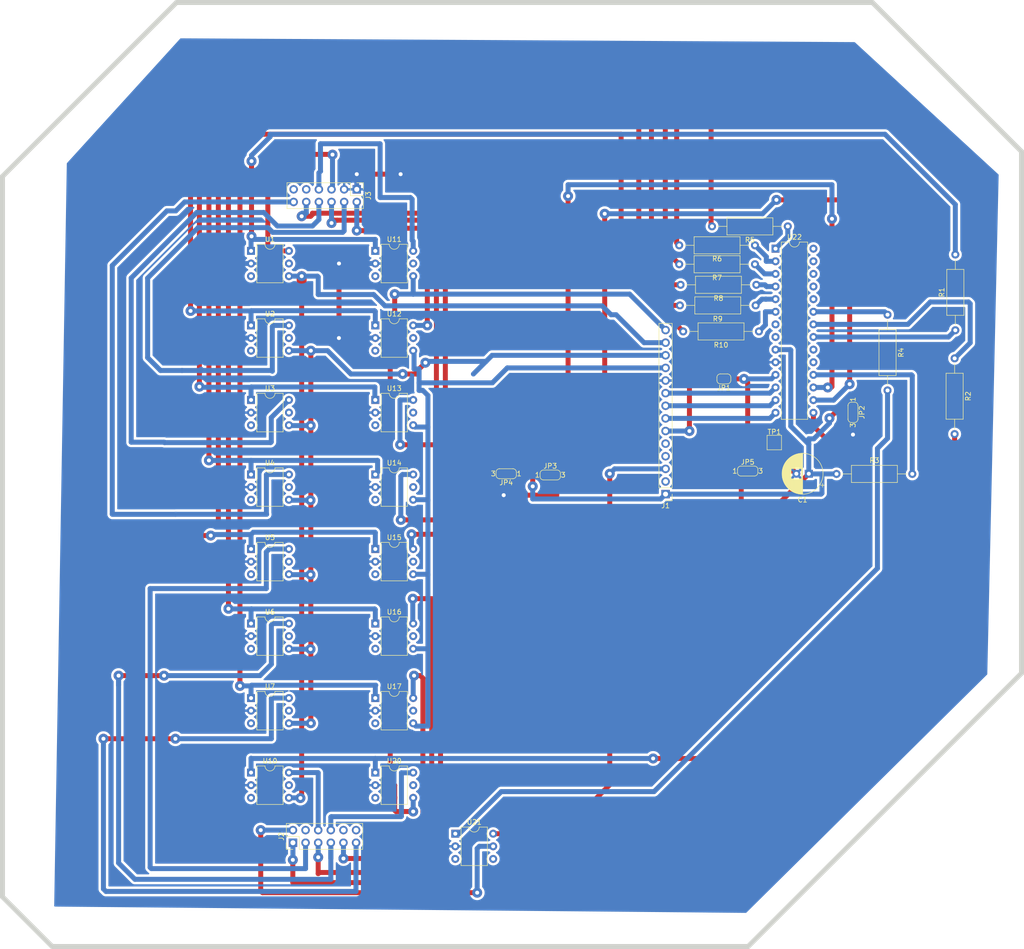
<source format=kicad_pcb>
(kicad_pcb (version 20171130) (host pcbnew "(5.1.9-0-10_14)")
  (layers (0 F.Cu signal) (31 B.Cu signal) (34 B.Paste user) (35 F.Paste user) (36 B.SilkS user) (37 F.SilkS user) (38 B.Mask user) (39 F.Mask user) (44 Edge.Cuts user))
  (net 0 "")
  (net 1 I-)
  (net 2 V-)
  (net 3 V+)
  (net 4 I+)
  (net 5 GND)
  (net 6 SCK)
  (net 7 MOSI)
  (net 8 MISO)
  (net 9 "Net-(J1-Pad6)")
  (net 10 SCL)
  (net 11 SDA)
  (net 12 V_D)
  (net 13 +3V3)
  (net 14 +5V)
  (net 15 ~CS)
  (net 16 A0)
  (net 17 A1)
  (net 18 A2)
  (net 19 /P6)
  (net 20 /P5)
  (net 21 /P2)
  (net 22 /P1)
  (net 23 /P4)
  (net 24 /P3)
  (net 25 /VT)
  (net 26 "Net-(U1-Pad3)")
  (net 27 "Net-(U1-Pad5)")
  (net 28 /TOP)
  (net 29 /V1)
  (net 30 "Net-(U2-Pad3)")
  (net 31 "Net-(U2-Pad5)")
  (net 32 /V2)
  (net 33 "Net-(U3-Pad3)")
  (net 34 "Net-(U3-Pad5)")
  (net 35 /V3)
  (net 36 "Net-(U4-Pad3)")
  (net 37 "Net-(U4-Pad5)")
  (net 38 /V4)
  (net 39 "Net-(U5-Pad3)")
  (net 40 "Net-(U5-Pad5)")
  (net 41 /V5)
  (net 42 "Net-(U6-Pad3)")
  (net 43 "Net-(U6-Pad5)")
  (net 44 /V6)
  (net 45 "Net-(U7-Pad3)")
  (net 46 "Net-(U7-Pad5)")
  (net 47 /VB)
  (net 48 "Net-(U10-Pad3)")
  (net 49 "Net-(U10-Pad5)")
  (net 50 /BOT)
  (net 51 /IT)
  (net 52 "Net-(U11-Pad3)")
  (net 53 "Net-(U11-Pad5)")
  (net 54 /I1)
  (net 55 "Net-(U12-Pad3)")
  (net 56 "Net-(U12-Pad5)")
  (net 57 /I2)
  (net 58 "Net-(U13-Pad3)")
  (net 59 "Net-(U13-Pad5)")
  (net 60 /I3)
  (net 61 "Net-(U14-Pad3)")
  (net 62 "Net-(U14-Pad5)")
  (net 63 /I4)
  (net 64 "Net-(U15-Pad3)")
  (net 65 "Net-(U15-Pad5)")
  (net 66 /I5)
  (net 67 "Net-(U16-Pad3)")
  (net 68 "Net-(U16-Pad5)")
  (net 69 /I6)
  (net 70 "Net-(U17-Pad3)")
  (net 71 "Net-(U17-Pad5)")
  (net 72 /IB)
  (net 73 "Net-(U20-Pad3)")
  (net 74 "Net-(U20-Pad5)")
  (net 75 "Net-(U21-Pad3)")
  (net 76 /RSense)
  (net 77 "Net-(U21-Pad4)")
  (net 78 /V_D_EN)
  (net 79 "Net-(U22-Pad28)")
  (net 80 "Net-(U22-Pad27)")
  (net 81 "Net-(U22-Pad26)")
  (net 82 "Net-(U22-Pad25)")
  (net 83 "Net-(U22-Pad24)")
  (net 84 "Net-(R4-Pad1)")
  (net 85 "Net-(R2-Pad1)")
  (net 86 "Net-(R1-Pad1)")
  (net 87 "Net-(U22-Pad20)")
  (net 88 "Net-(U22-Pad19)")
  (net 89 "Net-(R3-Pad2)")
  (net 90 "Net-(J2-Pad4)")
  (net 91 "Net-(J2-Pad10)")
  (net 92 "Net-(J2-Pad12)")
  (net 93 "Net-(J3-Pad11)")
  (net 94 "Net-(J3-Pad9)")
  (net 95 "Net-(R5-Pad1)")
  (net 96 "Net-(R6-Pad1)")
  (net 97 "Net-(R7-Pad1)")
  (net 98 "Net-(R8-Pad1)")
  (net 99 "Net-(R9-Pad1)")
  (net 100 "Net-(R10-Pad1)")
  (net 101 "Net-(U22-Pad8)")
  (net 102 "Net-(U22-Pad7)")
  (module Resistor_THT:R_Axial_DIN0309_L9.0mm_D3.2mm_P15.24mm_Horizontal (layer F.Cu) (at -197.83 136.21 180)
    (fp_text reference R10 (at 7.62 -2.72) (layer F.SilkS))
    (fp_text value 330R)
    (pad 2 thru_hole oval (at 15.24 0 180) (size 1.6 1.6) (drill 0.8) (layers *.Cu *.Mask) (net 19 /P6))
    (pad 1 thru_hole circle (at 0 0 180) (size 1.6 1.6) (drill 0.8) (layers *.Cu *.Mask) (net 100 "Net-(R10-Pad1)"))
  )
  (module Resistor_THT:R_Axial_DIN0309_L9.0mm_D3.2mm_P15.24mm_Horizontal (layer F.Cu) (at -198.49 130.97 180)
    (fp_text reference R9 (at 7.62 -2.72) (layer F.SilkS))
    (fp_text value 330R)
    (pad 2 thru_hole oval (at 15.24 0 180) (size 1.6 1.6) (drill 0.8) (layers *.Cu *.Mask) (net 20 /P5))
    (pad 1 thru_hole circle (at 0 0 180) (size 1.6 1.6) (drill 0.8) (layers *.Cu *.Mask) (net 99 "Net-(R9-Pad1)"))
  )
  (module Resistor_THT:R_Axial_DIN0309_L9.0mm_D3.2mm_P15.24mm_Horizontal (layer F.Cu) (at -198.35 126.82 180)
    (fp_text reference R8 (at 7.62 -2.72) (layer F.SilkS))
    (fp_text value 330R)
    (pad 2 thru_hole oval (at 15.24 0 180) (size 1.6 1.6) (drill 0.8) (layers *.Cu *.Mask) (net 23 /P4))
    (pad 1 thru_hole circle (at 0 0 180) (size 1.6 1.6) (drill 0.8) (layers *.Cu *.Mask) (net 98 "Net-(R8-Pad1)"))
  )
  (module Resistor_THT:R_Axial_DIN0309_L9.0mm_D3.2mm_P15.24mm_Horizontal (layer F.Cu) (at -198.628 122.682 180)
    (fp_text reference R7 (at 7.62 -2.72) (layer F.SilkS))
    (fp_text value 330R)
    (pad 2 thru_hole oval (at 15.24 0 180) (size 1.6 1.6) (drill 0.8) (layers *.Cu *.Mask) (net 24 /P3))
    (pad 1 thru_hole circle (at 0 0 180) (size 1.6 1.6) (drill 0.8) (layers *.Cu *.Mask) (net 97 "Net-(R7-Pad1)"))
  )
  (module Resistor_THT:R_Axial_DIN0309_L9.0mm_D3.2mm_P15.24mm_Horizontal (layer F.Cu) (at -198.628 118.872 180)
    (fp_text reference R6 (at 7.62 -2.72) (layer F.SilkS))
    (fp_text value 330R)
    (pad 2 thru_hole oval (at 15.24 0 180) (size 1.6 1.6) (drill 0.8) (layers *.Cu *.Mask) (net 21 /P2))
    (pad 1 thru_hole circle (at 0 0 180) (size 1.6 1.6) (drill 0.8) (layers *.Cu *.Mask) (net 96 "Net-(R6-Pad1)"))
  )
  (module Resistor_THT:R_Axial_DIN0309_L9.0mm_D3.2mm_P15.24mm_Horizontal (layer F.Cu) (at -192.024 115.062 180)
    (fp_text reference R5 (at 7.62 -2.72) (layer F.SilkS))
    (fp_text value 330R)
    (pad 2 thru_hole oval (at 15.24 0 180) (size 1.6 1.6) (drill 0.8) (layers *.Cu *.Mask) (net 22 /P1))
    (pad 1 thru_hole circle (at 0 0 180) (size 1.6 1.6) (drill 0.8) (layers *.Cu *.Mask) (net 95 "Net-(R5-Pad1)"))
  )
  (module Package_DIP:DIP-6_W7.62mm (layer F.Cu) (at -300 225)
    (fp_text reference U10 (at 3.81 -2.33) (layer F.SilkS))
    (fp_text value ASSR-1611)
    (pad 6 thru_hole oval (at 7.62 0) (size 1.6 1.6) (drill 0.8) (layers *.Cu *.Mask) (net 47 /VB))
    (pad 3 thru_hole oval (at 0 5.08) (size 1.6 1.6) (drill 0.8) (layers *.Cu *.Mask) (net 48 "Net-(U10-Pad3)"))
    (pad 5 thru_hole oval (at 7.62 2.54) (size 1.6 1.6) (drill 0.8) (layers *.Cu *.Mask) (net 49 "Net-(U10-Pad5)"))
    (pad 2 thru_hole oval (at 0 2.54) (size 1.6 1.6) (drill 0.8) (layers *.Cu *.Mask) (net 5 GND))
    (pad 4 thru_hole oval (at 7.62 5.08) (size 1.6 1.6) (drill 0.8) (layers *.Cu *.Mask) (net 2 V-))
    (pad 1 thru_hole rect (at 0 0) (size 1.6 1.6) (drill 0.8) (layers *.Cu *.Mask) (net 50 /BOT))
  )
  (module Package_DIP:DIP-28_W7.62mm (layer F.Cu) (at -194.49 119.55)
    (fp_text reference U22 (at 3.81 -2.33) (layer F.SilkS))
    (fp_text value MCP23S17)
    (pad 28 thru_hole oval (at 7.62 0) (size 1.6 1.6) (drill 0.8) (layers *.Cu *.Mask) (net 79 "Net-(U22-Pad28)"))
    (pad 14 thru_hole oval (at 0 33.02) (size 1.6 1.6) (drill 0.8) (layers *.Cu *.Mask) (net 8 MISO))
    (pad 27 thru_hole oval (at 7.62 2.54) (size 1.6 1.6) (drill 0.8) (layers *.Cu *.Mask) (net 80 "Net-(U22-Pad27)"))
    (pad 13 thru_hole oval (at 0 30.48) (size 1.6 1.6) (drill 0.8) (layers *.Cu *.Mask) (net 7 MOSI))
    (pad 26 thru_hole oval (at 7.62 5.08) (size 1.6 1.6) (drill 0.8) (layers *.Cu *.Mask) (net 81 "Net-(U22-Pad26)"))
    (pad 12 thru_hole oval (at 0 27.94) (size 1.6 1.6) (drill 0.8) (layers *.Cu *.Mask) (net 6 SCK))
    (pad 25 thru_hole oval (at 7.62 7.62) (size 1.6 1.6) (drill 0.8) (layers *.Cu *.Mask) (net 82 "Net-(U22-Pad25)"))
    (pad 11 thru_hole oval (at 0 25.4) (size 1.6 1.6) (drill 0.8) (layers *.Cu *.Mask) (net 15 ~CS))
    (pad 24 thru_hole oval (at 7.62 10.16) (size 1.6 1.6) (drill 0.8) (layers *.Cu *.Mask) (net 83 "Net-(U22-Pad24)"))
    (pad 10 thru_hole oval (at 0 22.86) (size 1.6 1.6) (drill 0.8) (layers *.Cu *.Mask) (net 5 GND))
    (pad 23 thru_hole oval (at 7.62 12.7) (size 1.6 1.6) (drill 0.8) (layers *.Cu *.Mask) (net 84 "Net-(R4-Pad1)"))
    (pad 9 thru_hole oval (at 0 20.32) (size 1.6 1.6) (drill 0.8) (layers *.Cu *.Mask) (net 14 +5V))
    (pad 22 thru_hole oval (at 7.62 15.24) (size 1.6 1.6) (drill 0.8) (layers *.Cu *.Mask) (net 85 "Net-(R2-Pad1)"))
    (pad 8 thru_hole oval (at 0 17.78) (size 1.6 1.6) (drill 0.8) (layers *.Cu *.Mask) (net 101 "Net-(U22-Pad8)"))
    (pad 21 thru_hole oval (at 7.62 17.78) (size 1.6 1.6) (drill 0.8) (layers *.Cu *.Mask) (net 86 "Net-(R1-Pad1)"))
    (pad 7 thru_hole oval (at 0 15.24) (size 1.6 1.6) (drill 0.8) (layers *.Cu *.Mask) (net 102 "Net-(U22-Pad7)"))
    (pad 20 thru_hole oval (at 7.62 20.32) (size 1.6 1.6) (drill 0.8) (layers *.Cu *.Mask) (net 87 "Net-(U22-Pad20)"))
    (pad 6 thru_hole oval (at 0 12.7) (size 1.6 1.6) (drill 0.8) (layers *.Cu *.Mask) (net 100 "Net-(R10-Pad1)"))
    (pad 19 thru_hole oval (at 7.62 22.86) (size 1.6 1.6) (drill 0.8) (layers *.Cu *.Mask) (net 88 "Net-(U22-Pad19)"))
    (pad 5 thru_hole oval (at 0 10.16) (size 1.6 1.6) (drill 0.8) (layers *.Cu *.Mask) (net 99 "Net-(R9-Pad1)"))
    (pad 18 thru_hole oval (at 7.62 25.4) (size 1.6 1.6) (drill 0.8) (layers *.Cu *.Mask) (net 89 "Net-(R3-Pad2)"))
    (pad 4 thru_hole oval (at 0 7.62) (size 1.6 1.6) (drill 0.8) (layers *.Cu *.Mask) (net 98 "Net-(R8-Pad1)"))
    (pad 17 thru_hole oval (at 7.62 27.94) (size 1.6 1.6) (drill 0.8) (layers *.Cu *.Mask) (net 18 A2))
    (pad 3 thru_hole oval (at 0 5.08) (size 1.6 1.6) (drill 0.8) (layers *.Cu *.Mask) (net 97 "Net-(R7-Pad1)"))
    (pad 16 thru_hole oval (at 7.62 30.48) (size 1.6 1.6) (drill 0.8) (layers *.Cu *.Mask) (net 17 A1))
    (pad 2 thru_hole oval (at 0 2.54) (size 1.6 1.6) (drill 0.8) (layers *.Cu *.Mask) (net 96 "Net-(R6-Pad1)"))
    (pad 15 thru_hole oval (at 7.62 33.02) (size 1.6 1.6) (drill 0.8) (layers *.Cu *.Mask) (net 16 A0))
    (pad 1 thru_hole rect (at 0 0) (size 1.6 1.6) (drill 0.8) (layers *.Cu *.Mask) (net 95 "Net-(R5-Pad1)"))
  )
  (module Package_DIP:DIP-6_W7.62mm (layer F.Cu) (at -258.91 237.3)
    (fp_text reference U21 (at 3.81 -2.33) (layer F.SilkS))
    (fp_text value ASSR-1611)
    (pad 6 thru_hole oval (at 7.62 0) (size 1.6 1.6) (drill 0.8) (layers *.Cu *.Mask) (net 12 V_D))
    (pad 3 thru_hole oval (at 0 5.08) (size 1.6 1.6) (drill 0.8) (layers *.Cu *.Mask) (net 75 "Net-(U21-Pad3)"))
    (pad 5 thru_hole oval (at 7.62 2.54) (size 1.6 1.6) (drill 0.8) (layers *.Cu *.Mask) (net 76 /RSense))
    (pad 2 thru_hole oval (at 0 2.54) (size 1.6 1.6) (drill 0.8) (layers *.Cu *.Mask) (net 5 GND))
    (pad 4 thru_hole oval (at 7.62 5.08) (size 1.6 1.6) (drill 0.8) (layers *.Cu *.Mask) (net 77 "Net-(U21-Pad4)"))
    (pad 1 thru_hole rect (at 0 0) (size 1.6 1.6) (drill 0.8) (layers *.Cu *.Mask) (net 78 /V_D_EN))
  )
  (module Package_DIP:DIP-6_W7.62mm (layer F.Cu) (at -275 225)
    (fp_text reference U20 (at 3.81 -2.33) (layer F.SilkS))
    (fp_text value ASSR-1611)
    (pad 6 thru_hole oval (at 7.62 0) (size 1.6 1.6) (drill 0.8) (layers *.Cu *.Mask) (net 72 /IB))
    (pad 3 thru_hole oval (at 0 5.08) (size 1.6 1.6) (drill 0.8) (layers *.Cu *.Mask) (net 73 "Net-(U20-Pad3)"))
    (pad 5 thru_hole oval (at 7.62 2.54) (size 1.6 1.6) (drill 0.8) (layers *.Cu *.Mask) (net 74 "Net-(U20-Pad5)"))
    (pad 2 thru_hole oval (at 0 2.54) (size 1.6 1.6) (drill 0.8) (layers *.Cu *.Mask) (net 5 GND))
    (pad 4 thru_hole oval (at 7.62 5.08) (size 1.6 1.6) (drill 0.8) (layers *.Cu *.Mask) (net 1 I-))
    (pad 1 thru_hole rect (at 0 0) (size 1.6 1.6) (drill 0.8) (layers *.Cu *.Mask) (net 50 /BOT))
  )
  (module Package_DIP:DIP-6_W7.62mm (layer F.Cu) (at -275 210)
    (fp_text reference U17 (at 3.81 -2.33) (layer F.SilkS))
    (fp_text value ASSR-1611)
    (pad 6 thru_hole oval (at 7.62 0) (size 1.6 1.6) (drill 0.8) (layers *.Cu *.Mask) (net 69 /I6))
    (pad 3 thru_hole oval (at 0 5.08) (size 1.6 1.6) (drill 0.8) (layers *.Cu *.Mask) (net 70 "Net-(U17-Pad3)"))
    (pad 5 thru_hole oval (at 7.62 2.54) (size 1.6 1.6) (drill 0.8) (layers *.Cu *.Mask) (net 71 "Net-(U17-Pad5)"))
    (pad 2 thru_hole oval (at 0 2.54) (size 1.6 1.6) (drill 0.8) (layers *.Cu *.Mask) (net 5 GND))
    (pad 4 thru_hole oval (at 7.62 5.08) (size 1.6 1.6) (drill 0.8) (layers *.Cu *.Mask) (net 4 I+))
    (pad 1 thru_hole rect (at 0 0) (size 1.6 1.6) (drill 0.8) (layers *.Cu *.Mask) (net 19 /P6))
  )
  (module Package_DIP:DIP-6_W7.62mm (layer F.Cu) (at -275 195)
    (fp_text reference U16 (at 3.81 -2.33) (layer F.SilkS))
    (fp_text value ASSR-1611)
    (pad 6 thru_hole oval (at 7.62 0) (size 1.6 1.6) (drill 0.8) (layers *.Cu *.Mask) (net 66 /I5))
    (pad 3 thru_hole oval (at 0 5.08) (size 1.6 1.6) (drill 0.8) (layers *.Cu *.Mask) (net 67 "Net-(U16-Pad3)"))
    (pad 5 thru_hole oval (at 7.62 2.54) (size 1.6 1.6) (drill 0.8) (layers *.Cu *.Mask) (net 68 "Net-(U16-Pad5)"))
    (pad 2 thru_hole oval (at 0 2.54) (size 1.6 1.6) (drill 0.8) (layers *.Cu *.Mask) (net 5 GND))
    (pad 4 thru_hole oval (at 7.62 5.08) (size 1.6 1.6) (drill 0.8) (layers *.Cu *.Mask) (net 4 I+))
    (pad 1 thru_hole rect (at 0 0) (size 1.6 1.6) (drill 0.8) (layers *.Cu *.Mask) (net 20 /P5))
  )
  (module Package_DIP:DIP-6_W7.62mm (layer F.Cu) (at -275 180)
    (fp_text reference U15 (at 3.81 -2.33) (layer F.SilkS))
    (fp_text value ASSR-1611)
    (pad 6 thru_hole oval (at 7.62 0) (size 1.6 1.6) (drill 0.8) (layers *.Cu *.Mask) (net 63 /I4))
    (pad 3 thru_hole oval (at 0 5.08) (size 1.6 1.6) (drill 0.8) (layers *.Cu *.Mask) (net 64 "Net-(U15-Pad3)"))
    (pad 5 thru_hole oval (at 7.62 2.54) (size 1.6 1.6) (drill 0.8) (layers *.Cu *.Mask) (net 65 "Net-(U15-Pad5)"))
    (pad 2 thru_hole oval (at 0 2.54) (size 1.6 1.6) (drill 0.8) (layers *.Cu *.Mask) (net 5 GND))
    (pad 4 thru_hole oval (at 7.62 5.08) (size 1.6 1.6) (drill 0.8) (layers *.Cu *.Mask) (net 4 I+))
    (pad 1 thru_hole rect (at 0 0) (size 1.6 1.6) (drill 0.8) (layers *.Cu *.Mask) (net 23 /P4))
  )
  (module Package_DIP:DIP-6_W7.62mm (layer F.Cu) (at -275 165)
    (fp_text reference U14 (at 3.81 -2.33) (layer F.SilkS))
    (fp_text value ASSR-1611)
    (pad 6 thru_hole oval (at 7.62 0) (size 1.6 1.6) (drill 0.8) (layers *.Cu *.Mask) (net 60 /I3))
    (pad 3 thru_hole oval (at 0 5.08) (size 1.6 1.6) (drill 0.8) (layers *.Cu *.Mask) (net 61 "Net-(U14-Pad3)"))
    (pad 5 thru_hole oval (at 7.62 2.54) (size 1.6 1.6) (drill 0.8) (layers *.Cu *.Mask) (net 62 "Net-(U14-Pad5)"))
    (pad 2 thru_hole oval (at 0 2.54) (size 1.6 1.6) (drill 0.8) (layers *.Cu *.Mask) (net 5 GND))
    (pad 4 thru_hole oval (at 7.62 5.08) (size 1.6 1.6) (drill 0.8) (layers *.Cu *.Mask) (net 4 I+))
    (pad 1 thru_hole rect (at 0 0) (size 1.6 1.6) (drill 0.8) (layers *.Cu *.Mask) (net 24 /P3))
  )
  (module Package_DIP:DIP-6_W7.62mm (layer F.Cu) (at -275 150)
    (fp_text reference U13 (at 3.81 -2.33) (layer F.SilkS))
    (fp_text value ASSR-1611)
    (pad 6 thru_hole oval (at 7.62 0) (size 1.6 1.6) (drill 0.8) (layers *.Cu *.Mask) (net 57 /I2))
    (pad 3 thru_hole oval (at 0 5.08) (size 1.6 1.6) (drill 0.8) (layers *.Cu *.Mask) (net 58 "Net-(U13-Pad3)"))
    (pad 5 thru_hole oval (at 7.62 2.54) (size 1.6 1.6) (drill 0.8) (layers *.Cu *.Mask) (net 59 "Net-(U13-Pad5)"))
    (pad 2 thru_hole oval (at 0 2.54) (size 1.6 1.6) (drill 0.8) (layers *.Cu *.Mask) (net 5 GND))
    (pad 4 thru_hole oval (at 7.62 5.08) (size 1.6 1.6) (drill 0.8) (layers *.Cu *.Mask) (net 4 I+))
    (pad 1 thru_hole rect (at 0 0) (size 1.6 1.6) (drill 0.8) (layers *.Cu *.Mask) (net 21 /P2))
  )
  (module Package_DIP:DIP-6_W7.62mm (layer F.Cu) (at -275 135)
    (fp_text reference U12 (at 3.81 -2.33) (layer F.SilkS))
    (fp_text value ASSR-1611)
    (pad 6 thru_hole oval (at 7.62 0) (size 1.6 1.6) (drill 0.8) (layers *.Cu *.Mask) (net 54 /I1))
    (pad 3 thru_hole oval (at 0 5.08) (size 1.6 1.6) (drill 0.8) (layers *.Cu *.Mask) (net 55 "Net-(U12-Pad3)"))
    (pad 5 thru_hole oval (at 7.62 2.54) (size 1.6 1.6) (drill 0.8) (layers *.Cu *.Mask) (net 56 "Net-(U12-Pad5)"))
    (pad 2 thru_hole oval (at 0 2.54) (size 1.6 1.6) (drill 0.8) (layers *.Cu *.Mask) (net 5 GND))
    (pad 4 thru_hole oval (at 7.62 5.08) (size 1.6 1.6) (drill 0.8) (layers *.Cu *.Mask) (net 4 I+))
    (pad 1 thru_hole rect (at 0 0) (size 1.6 1.6) (drill 0.8) (layers *.Cu *.Mask) (net 22 /P1))
  )
  (module Package_DIP:DIP-6_W7.62mm (layer F.Cu) (at -275 120)
    (fp_text reference U11 (at 3.81 -2.33) (layer F.SilkS))
    (fp_text value ASSR-1611)
    (pad 6 thru_hole oval (at 7.62 0) (size 1.6 1.6) (drill 0.8) (layers *.Cu *.Mask) (net 51 /IT))
    (pad 3 thru_hole oval (at 0 5.08) (size 1.6 1.6) (drill 0.8) (layers *.Cu *.Mask) (net 52 "Net-(U11-Pad3)"))
    (pad 5 thru_hole oval (at 7.62 2.54) (size 1.6 1.6) (drill 0.8) (layers *.Cu *.Mask) (net 53 "Net-(U11-Pad5)"))
    (pad 2 thru_hole oval (at 0 2.54) (size 1.6 1.6) (drill 0.8) (layers *.Cu *.Mask) (net 5 GND))
    (pad 4 thru_hole oval (at 7.62 5.08) (size 1.6 1.6) (drill 0.8) (layers *.Cu *.Mask) (net 1 I-))
    (pad 1 thru_hole rect (at 0 0) (size 1.6 1.6) (drill 0.8) (layers *.Cu *.Mask) (net 28 /TOP))
  )
  (module Package_DIP:DIP-6_W7.62mm (layer F.Cu) (at -300 210)
    (fp_text reference U7 (at 3.81 -2.33) (layer F.SilkS))
    (fp_text value ASSR-1611)
    (pad 6 thru_hole oval (at 7.62 0) (size 1.6 1.6) (drill 0.8) (layers *.Cu *.Mask) (net 44 /V6))
    (pad 3 thru_hole oval (at 0 5.08) (size 1.6 1.6) (drill 0.8) (layers *.Cu *.Mask) (net 45 "Net-(U7-Pad3)"))
    (pad 5 thru_hole oval (at 7.62 2.54) (size 1.6 1.6) (drill 0.8) (layers *.Cu *.Mask) (net 46 "Net-(U7-Pad5)"))
    (pad 2 thru_hole oval (at 0 2.54) (size 1.6 1.6) (drill 0.8) (layers *.Cu *.Mask) (net 5 GND))
    (pad 4 thru_hole oval (at 7.62 5.08) (size 1.6 1.6) (drill 0.8) (layers *.Cu *.Mask) (net 3 V+))
    (pad 1 thru_hole rect (at 0 0) (size 1.6 1.6) (drill 0.8) (layers *.Cu *.Mask) (net 19 /P6))
  )
  (module Package_DIP:DIP-6_W7.62mm (layer F.Cu) (at -300 195)
    (fp_text reference U6 (at 3.81 -2.33) (layer F.SilkS))
    (fp_text value ASSR-1611)
    (pad 6 thru_hole oval (at 7.62 0) (size 1.6 1.6) (drill 0.8) (layers *.Cu *.Mask) (net 41 /V5))
    (pad 3 thru_hole oval (at 0 5.08) (size 1.6 1.6) (drill 0.8) (layers *.Cu *.Mask) (net 42 "Net-(U6-Pad3)"))
    (pad 5 thru_hole oval (at 7.62 2.54) (size 1.6 1.6) (drill 0.8) (layers *.Cu *.Mask) (net 43 "Net-(U6-Pad5)"))
    (pad 2 thru_hole oval (at 0 2.54) (size 1.6 1.6) (drill 0.8) (layers *.Cu *.Mask) (net 5 GND))
    (pad 4 thru_hole oval (at 7.62 5.08) (size 1.6 1.6) (drill 0.8) (layers *.Cu *.Mask) (net 3 V+))
    (pad 1 thru_hole rect (at 0 0) (size 1.6 1.6) (drill 0.8) (layers *.Cu *.Mask) (net 20 /P5))
  )
  (module Package_DIP:DIP-6_W7.62mm (layer F.Cu) (at -300 180)
    (fp_text reference U5 (at 3.81 -2.33) (layer F.SilkS))
    (fp_text value ASSR-1611)
    (pad 6 thru_hole oval (at 7.62 0) (size 1.6 1.6) (drill 0.8) (layers *.Cu *.Mask) (net 38 /V4))
    (pad 3 thru_hole oval (at 0 5.08) (size 1.6 1.6) (drill 0.8) (layers *.Cu *.Mask) (net 39 "Net-(U5-Pad3)"))
    (pad 5 thru_hole oval (at 7.62 2.54) (size 1.6 1.6) (drill 0.8) (layers *.Cu *.Mask) (net 40 "Net-(U5-Pad5)"))
    (pad 2 thru_hole oval (at 0 2.54) (size 1.6 1.6) (drill 0.8) (layers *.Cu *.Mask) (net 5 GND))
    (pad 4 thru_hole oval (at 7.62 5.08) (size 1.6 1.6) (drill 0.8) (layers *.Cu *.Mask) (net 3 V+))
    (pad 1 thru_hole rect (at 0 0) (size 1.6 1.6) (drill 0.8) (layers *.Cu *.Mask) (net 23 /P4))
  )
  (module Package_DIP:DIP-6_W7.62mm (layer F.Cu) (at -300 165)
    (fp_text reference U4 (at 3.81 -2.33) (layer F.SilkS))
    (fp_text value ASSR-1611)
    (pad 6 thru_hole oval (at 7.62 0) (size 1.6 1.6) (drill 0.8) (layers *.Cu *.Mask) (net 35 /V3))
    (pad 3 thru_hole oval (at 0 5.08) (size 1.6 1.6) (drill 0.8) (layers *.Cu *.Mask) (net 36 "Net-(U4-Pad3)"))
    (pad 5 thru_hole oval (at 7.62 2.54) (size 1.6 1.6) (drill 0.8) (layers *.Cu *.Mask) (net 37 "Net-(U4-Pad5)"))
    (pad 2 thru_hole oval (at 0 2.54) (size 1.6 1.6) (drill 0.8) (layers *.Cu *.Mask) (net 5 GND))
    (pad 4 thru_hole oval (at 7.62 5.08) (size 1.6 1.6) (drill 0.8) (layers *.Cu *.Mask) (net 3 V+))
    (pad 1 thru_hole rect (at 0 0) (size 1.6 1.6) (drill 0.8) (layers *.Cu *.Mask) (net 24 /P3))
  )
  (module Package_DIP:DIP-6_W7.62mm (layer F.Cu) (at -300 150)
    (fp_text reference U3 (at 3.81 -2.33) (layer F.SilkS))
    (fp_text value ASSR-1611)
    (pad 6 thru_hole oval (at 7.62 0) (size 1.6 1.6) (drill 0.8) (layers *.Cu *.Mask) (net 32 /V2))
    (pad 3 thru_hole oval (at 0 5.08) (size 1.6 1.6) (drill 0.8) (layers *.Cu *.Mask) (net 33 "Net-(U3-Pad3)"))
    (pad 5 thru_hole oval (at 7.62 2.54) (size 1.6 1.6) (drill 0.8) (layers *.Cu *.Mask) (net 34 "Net-(U3-Pad5)"))
    (pad 2 thru_hole oval (at 0 2.54) (size 1.6 1.6) (drill 0.8) (layers *.Cu *.Mask) (net 5 GND))
    (pad 4 thru_hole oval (at 7.62 5.08) (size 1.6 1.6) (drill 0.8) (layers *.Cu *.Mask) (net 3 V+))
    (pad 1 thru_hole rect (at 0 0) (size 1.6 1.6) (drill 0.8) (layers *.Cu *.Mask) (net 21 /P2))
  )
  (module Package_DIP:DIP-6_W7.62mm (layer F.Cu) (at -300 135)
    (fp_text reference U2 (at 3.81 -2.33) (layer F.SilkS))
    (fp_text value ASSR-1611)
    (pad 6 thru_hole oval (at 7.62 0) (size 1.6 1.6) (drill 0.8) (layers *.Cu *.Mask) (net 29 /V1))
    (pad 3 thru_hole oval (at 0 5.08) (size 1.6 1.6) (drill 0.8) (layers *.Cu *.Mask) (net 30 "Net-(U2-Pad3)"))
    (pad 5 thru_hole oval (at 7.62 2.54) (size 1.6 1.6) (drill 0.8) (layers *.Cu *.Mask) (net 31 "Net-(U2-Pad5)"))
    (pad 2 thru_hole oval (at 0 2.54) (size 1.6 1.6) (drill 0.8) (layers *.Cu *.Mask) (net 5 GND))
    (pad 4 thru_hole oval (at 7.62 5.08) (size 1.6 1.6) (drill 0.8) (layers *.Cu *.Mask) (net 3 V+))
    (pad 1 thru_hole rect (at 0 0) (size 1.6 1.6) (drill 0.8) (layers *.Cu *.Mask) (net 22 /P1))
  )
  (module Package_DIP:DIP-6_W7.62mm (layer F.Cu) (at -300 120)
    (fp_text reference U1 (at 3.81 -2.33) (layer F.SilkS))
    (fp_text value ASSR-1611)
    (pad 6 thru_hole oval (at 7.62 0) (size 1.6 1.6) (drill 0.8) (layers *.Cu *.Mask) (net 25 /VT))
    (pad 3 thru_hole oval (at 0 5.08) (size 1.6 1.6) (drill 0.8) (layers *.Cu *.Mask) (net 26 "Net-(U1-Pad3)"))
    (pad 5 thru_hole oval (at 7.62 2.54) (size 1.6 1.6) (drill 0.8) (layers *.Cu *.Mask) (net 27 "Net-(U1-Pad5)"))
    (pad 2 thru_hole oval (at 0 2.54) (size 1.6 1.6) (drill 0.8) (layers *.Cu *.Mask) (net 5 GND))
    (pad 4 thru_hole oval (at 7.62 5.08) (size 1.6 1.6) (drill 0.8) (layers *.Cu *.Mask) (net 2 V-))
    (pad 1 thru_hole rect (at 0 0) (size 1.6 1.6) (drill 0.8) (layers *.Cu *.Mask) (net 28 /TOP))
  )
  (module TestPoint:TestPoint_Pad_2.5x2.5mm (layer F.Cu) (at -194.74 158.58)
    (fp_text reference TP1 (at 0 -2.148) (layer F.SilkS))
    (fp_text value Test_Point)
    (pad 1 smd rect (at 0 0) (size 2.5 2.5) (layers F.Cu F.Mask) (net 5 GND))
  )
  (module Resistor_THT:R_Axial_DIN0309_L9.0mm_D3.2mm_P15.24mm_Horizontal (layer F.Cu) (at -171.958 132.842 270)
    (fp_text reference R4 (at 7.62 -2.72 90) (layer F.SilkS))
    (fp_text value 680R)
    (pad 2 thru_hole oval (at 15.24 0 270) (size 1.6 1.6) (drill 0.8) (layers *.Cu *.Mask) (net 78 /V_D_EN))
    (pad 1 thru_hole circle (at 0 0 270) (size 1.6 1.6) (drill 0.8) (layers *.Cu *.Mask) (net 84 "Net-(R4-Pad1)"))
  )
  (module Resistor_THT:R_Axial_DIN0309_L9.0mm_D3.2mm_P15.24mm_Horizontal (layer F.Cu) (at -182.22 164.89)
    (fp_text reference R3 (at 7.62 -2.72) (layer F.SilkS))
    (fp_text value 10K)
    (pad 2 thru_hole oval (at 15.24 0) (size 1.6 1.6) (drill 0.8) (layers *.Cu *.Mask) (net 89 "Net-(R3-Pad2)"))
    (pad 1 thru_hole circle (at 0 0) (size 1.6 1.6) (drill 0.8) (layers *.Cu *.Mask) (net 14 +5V))
  )
  (module Resistor_THT:R_Axial_DIN0309_L9.0mm_D3.2mm_P15.24mm_Horizontal (layer F.Cu) (at -158.46 141.63 270)
    (fp_text reference R2 (at 7.62 -2.72 90) (layer F.SilkS))
    (fp_text value 330R)
    (pad 2 thru_hole oval (at 15.24 0 270) (size 1.6 1.6) (drill 0.8) (layers *.Cu *.Mask) (net 50 /BOT))
    (pad 1 thru_hole circle (at 0 0 270) (size 1.6 1.6) (drill 0.8) (layers *.Cu *.Mask) (net 85 "Net-(R2-Pad1)"))
  )
  (module Resistor_THT:R_Axial_DIN0309_L9.0mm_D3.2mm_P15.24mm_Horizontal (layer F.Cu) (at -158.32 135.97 90)
    (fp_text reference R1 (at 7.62 -2.72 90) (layer F.SilkS))
    (fp_text value 330R)
    (pad 2 thru_hole oval (at 15.24 0 90) (size 1.6 1.6) (drill 0.8) (layers *.Cu *.Mask) (net 28 /TOP))
    (pad 1 thru_hole circle (at 0 0 90) (size 1.6 1.6) (drill 0.8) (layers *.Cu *.Mask) (net 86 "Net-(R1-Pad1)"))
  )
  (module Jumper:SolderJumper-3_P1.3mm_Open_RoundedPad1.0x1.5mm_NumberLabels (layer F.Cu) (at -200.09 164.31)
    (fp_text reference JP5 (at 0 -1.8) (layer F.SilkS))
    (fp_text value Jumper_NC_Dual)
    (fp_text user 1 (at -2.6 0) (layer F.SilkS))
    (fp_text user 3 (at 2.6 0) (layer F.SilkS))
    (pad 2 smd rect (at 0 0) (size 1 1.5) (layers F.Cu F.Mask) (net 15 ~CS))
    (pad 3 smd custom (at 1.3 0) (size 1 0.5) (layers F.Cu F.Mask) (net 5 GND) (options (clearance outline) (anchor rect)) (primitives (gr_circle (center 0 0.25) (end 0.5 0.25) (width 0)) (gr_circle (center 0 -0.25) (end 0.5 -0.25) (width 0)) (gr_poly (pts (xy -0.55 -0.75) (xy 0 -0.75) (xy 0 0.75) (xy -0.55 0.75)) (width 0))))
    (pad 1 smd custom (at -1.3 0) (size 1 0.5) (layers F.Cu F.Mask) (net 14 +5V) (options (clearance outline) (anchor rect)) (primitives (gr_circle (center 0 0.25) (end 0.5 0.25) (width 0)) (gr_circle (center 0 -0.25) (end 0.5 -0.25) (width 0)) (gr_poly (pts (xy 0.55 -0.75) (xy 0 -0.75) (xy 0 0.75) (xy 0.55 0.75)) (width 0))))
  )
  (module Jumper:SolderJumper-3_P1.3mm_Open_RoundedPad1.0x1.5mm_NumberLabels (layer F.Cu) (at -248.666 164.846 180)
    (fp_text reference JP4 (at 0 -1.8) (layer F.SilkS))
    (fp_text value Jumper_NC_Dual)
    (fp_text user 1 (at -2.6 0) (layer F.SilkS))
    (fp_text user 3 (at 2.6 0) (layer F.SilkS))
    (pad 2 smd rect (at 0 0 180) (size 1 1.5) (layers F.Cu F.Mask) (net 18 A2))
    (pad 3 smd custom (at 1.3 0 180) (size 1 0.5) (layers F.Cu F.Mask) (net 5 GND) (options (clearance outline) (anchor rect)) (primitives (gr_circle (center 0 0.25) (end 0.5 0.25) (width 0)) (gr_circle (center 0 -0.25) (end 0.5 -0.25) (width 0)) (gr_poly (pts (xy -0.55 -0.75) (xy 0 -0.75) (xy 0 0.75) (xy -0.55 0.75)) (width 0))))
    (pad 1 smd custom (at -1.3 0 180) (size 1 0.5) (layers F.Cu F.Mask) (net 14 +5V) (options (clearance outline) (anchor rect)) (primitives (gr_circle (center 0 0.25) (end 0.5 0.25) (width 0)) (gr_circle (center 0 -0.25) (end 0.5 -0.25) (width 0)) (gr_poly (pts (xy 0.55 -0.75) (xy 0 -0.75) (xy 0 0.75) (xy 0.55 0.75)) (width 0))))
  )
  (module Jumper:SolderJumper-3_P1.3mm_Open_RoundedPad1.0x1.5mm_NumberLabels (layer F.Cu) (at -239.806 165.1)
    (fp_text reference JP3 (at 0 -1.8) (layer F.SilkS))
    (fp_text value Jumper_NC_Dual)
    (fp_text user 1 (at -2.6 0) (layer F.SilkS))
    (fp_text user 3 (at 2.6 0) (layer F.SilkS))
    (pad 2 smd rect (at 0 0) (size 1 1.5) (layers F.Cu F.Mask) (net 17 A1))
    (pad 3 smd custom (at 1.3 0) (size 1 0.5) (layers F.Cu F.Mask) (net 5 GND) (options (clearance outline) (anchor rect)) (primitives (gr_circle (center 0 0.25) (end 0.5 0.25) (width 0)) (gr_circle (center 0 -0.25) (end 0.5 -0.25) (width 0)) (gr_poly (pts (xy -0.55 -0.75) (xy 0 -0.75) (xy 0 0.75) (xy -0.55 0.75)) (width 0))))
    (pad 1 smd custom (at -1.3 0) (size 1 0.5) (layers F.Cu F.Mask) (net 14 +5V) (options (clearance outline) (anchor rect)) (primitives (gr_circle (center 0 0.25) (end 0.5 0.25) (width 0)) (gr_circle (center 0 -0.25) (end 0.5 -0.25) (width 0)) (gr_poly (pts (xy 0.55 -0.75) (xy 0 -0.75) (xy 0 0.75) (xy 0.55 0.75)) (width 0))))
  )
  (module Jumper:SolderJumper-3_P1.3mm_Open_RoundedPad1.0x1.5mm_NumberLabels (layer F.Cu) (at -178.91 152.49 270)
    (fp_text reference JP2 (at 0 -1.8 90) (layer F.SilkS))
    (fp_text value Jumper_NC_Dual)
    (fp_text user 1 (at -2.6 0 90) (layer F.SilkS))
    (fp_text user 3 (at 2.6 0 90) (layer F.SilkS))
    (pad 2 smd rect (at 0 0 270) (size 1 1.5) (layers F.Cu F.Mask) (net 16 A0))
    (pad 3 smd custom (at 1.3 0 270) (size 1 0.5) (layers F.Cu F.Mask) (net 5 GND) (options (clearance outline) (anchor rect)) (primitives (gr_circle (center 0 0.25) (end 0.5 0.25) (width 0)) (gr_circle (center 0 -0.25) (end 0.5 -0.25) (width 0)) (gr_poly (pts (xy -0.55 -0.75) (xy 0 -0.75) (xy 0 0.75) (xy -0.55 0.75)) (width 0))))
    (pad 1 smd custom (at -1.3 0 270) (size 1 0.5) (layers F.Cu F.Mask) (net 14 +5V) (options (clearance outline) (anchor rect)) (primitives (gr_circle (center 0 0.25) (end 0.5 0.25) (width 0)) (gr_circle (center 0 -0.25) (end 0.5 -0.25) (width 0)) (gr_poly (pts (xy 0.55 -0.75) (xy 0 -0.75) (xy 0 0.75) (xy 0.55 0.75)) (width 0))))
  )
  (module Jumper:SolderJumper-2_P1.3mm_Open_RoundedPad1.0x1.5mm (layer F.Cu) (at -204.88 145.76 180)
    (fp_text reference JP1 (at 0 -1.8) (layer F.SilkS))
    (fp_text value Jumper_NC_Small)
    (pad 2 smd custom (at 0.65 0 180) (size 1 0.5) (layers F.Cu F.Mask) (net 9 "Net-(J1-Pad6)") (options (clearance outline) (anchor rect)) (primitives (gr_circle (center 0 0.25) (end 0.5 0.25) (width 0)) (gr_circle (center 0 -0.25) (end 0.5 -0.25) (width 0)) (gr_poly (pts (xy 0 -0.75) (xy -0.5 -0.75) (xy -0.5 0.75) (xy 0 0.75)) (width 0))))
    (pad 1 smd custom (at -0.65 0 180) (size 1 0.5) (layers F.Cu F.Mask) (net 15 ~CS) (options (clearance outline) (anchor rect)) (primitives (gr_circle (center 0 0.25) (end 0.5 0.25) (width 0)) (gr_circle (center 0 -0.25) (end 0.5 -0.25) (width 0)) (gr_poly (pts (xy 0 -0.75) (xy 0.5 -0.75) (xy 0.5 0.75) (xy 0 0.75)) (width 0))))
  )
  (module Connector_PinHeader_2.54mm:PinHeader_2x06_P2.54mm_Vertical (layer F.Cu) (at -278.73 107.61 270)
    (fp_text reference J3 (at 1.27 -2.33 90) (layer F.SilkS))
    (fp_text value Conn_02x06_Odd_Even)
    (pad 12 thru_hole oval (at 2.54 12.7 270) (size 1.7 1.7) (drill 1) (layers *.Cu *.Mask) (net 35 /V3))
    (pad 11 thru_hole oval (at 0 12.7 270) (size 1.7 1.7) (drill 1) (layers *.Cu *.Mask) (net 93 "Net-(J3-Pad11)"))
    (pad 10 thru_hole oval (at 2.54 10.16 270) (size 1.7 1.7) (drill 1) (layers *.Cu *.Mask) (net 60 /I3))
    (pad 9 thru_hole oval (at 0 10.16 270) (size 1.7 1.7) (drill 1) (layers *.Cu *.Mask) (net 94 "Net-(J3-Pad9)"))
    (pad 8 thru_hole oval (at 2.54 7.62 270) (size 1.7 1.7) (drill 1) (layers *.Cu *.Mask) (net 32 /V2))
    (pad 7 thru_hole oval (at 0 7.62 270) (size 1.7 1.7) (drill 1) (layers *.Cu *.Mask) (net 51 /IT))
    (pad 6 thru_hole oval (at 2.54 5.08 270) (size 1.7 1.7) (drill 1) (layers *.Cu *.Mask) (net 57 /I2))
    (pad 5 thru_hole oval (at 0 5.08 270) (size 1.7 1.7) (drill 1) (layers *.Cu *.Mask) (net 25 /VT))
    (pad 4 thru_hole oval (at 2.54 2.54 270) (size 1.7 1.7) (drill 1) (layers *.Cu *.Mask) (net 29 /V1))
    (pad 3 thru_hole oval (at 0 2.54 270) (size 1.7 1.7) (drill 1) (layers *.Cu *.Mask) (net 5 GND))
    (pad 2 thru_hole oval (at 2.54 0 270) (size 1.7 1.7) (drill 1) (layers *.Cu *.Mask) (net 54 /I1))
    (pad 1 thru_hole rect (at 0 0 270) (size 1.7 1.7) (drill 1) (layers *.Cu *.Mask) (net 5 GND))
  )
  (module Connector_PinHeader_2.54mm:PinHeader_2x06_P2.54mm_Vertical (layer F.Cu) (at -291.57 239.12 90)
    (fp_text reference J2 (at 1.27 -2.33 90) (layer F.SilkS))
    (fp_text value Conn_02x06_Odd_Even)
    (pad 12 thru_hole oval (at 2.54 12.7 90) (size 1.7 1.7) (drill 1) (layers *.Cu *.Mask) (net 92 "Net-(J2-Pad12)"))
    (pad 11 thru_hole oval (at 0 12.7 90) (size 1.7 1.7) (drill 1) (layers *.Cu *.Mask) (net 44 /V6))
    (pad 10 thru_hole oval (at 2.54 10.16 90) (size 1.7 1.7) (drill 1) (layers *.Cu *.Mask) (net 91 "Net-(J2-Pad10)"))
    (pad 9 thru_hole oval (at 0 10.16 90) (size 1.7 1.7) (drill 1) (layers *.Cu *.Mask) (net 69 /I6))
    (pad 8 thru_hole oval (at 2.54 7.62 90) (size 1.7 1.7) (drill 1) (layers *.Cu *.Mask) (net 72 /IB))
    (pad 7 thru_hole oval (at 0 7.62 90) (size 1.7 1.7) (drill 1) (layers *.Cu *.Mask) (net 41 /V5))
    (pad 6 thru_hole oval (at 2.54 5.08 90) (size 1.7 1.7) (drill 1) (layers *.Cu *.Mask) (net 47 /VB))
    (pad 5 thru_hole oval (at 0 5.08 90) (size 1.7 1.7) (drill 1) (layers *.Cu *.Mask) (net 66 /I5))
    (pad 4 thru_hole oval (at 2.54 2.54 90) (size 1.7 1.7) (drill 1) (layers *.Cu *.Mask) (net 90 "Net-(J2-Pad4)"))
    (pad 3 thru_hole oval (at 0 2.54 90) (size 1.7 1.7) (drill 1) (layers *.Cu *.Mask) (net 38 /V4))
    (pad 2 thru_hole oval (at 2.54 0 90) (size 1.7 1.7) (drill 1) (layers *.Cu *.Mask) (net 76 /RSense))
    (pad 1 thru_hole rect (at 0 0 90) (size 1.7 1.7) (drill 1) (layers *.Cu *.Mask) (net 63 /I4))
  )
  (module Connector_PinHeader_2.54mm:PinHeader_1x14_P2.54mm_Vertical (layer F.Cu) (at -216.61 168.95 180)
    (fp_text reference J1 (at 0 -2.33) (layer F.SilkS))
    (fp_text value Conn_01x14)
    (pad 14 thru_hole oval (at 0 33.02 180) (size 1.7 1.7) (drill 1) (layers *.Cu *.Mask) (net 1 I-))
    (pad 13 thru_hole oval (at 0 30.48 180) (size 1.7 1.7) (drill 1) (layers *.Cu *.Mask) (net 2 V-))
    (pad 12 thru_hole oval (at 0 27.94 180) (size 1.7 1.7) (drill 1) (layers *.Cu *.Mask) (net 3 V+))
    (pad 11 thru_hole oval (at 0 25.4 180) (size 1.7 1.7) (drill 1) (layers *.Cu *.Mask) (net 4 I+))
    (pad 10 thru_hole oval (at 0 22.86 180) (size 1.7 1.7) (drill 1) (layers *.Cu *.Mask) (net 5 GND))
    (pad 9 thru_hole oval (at 0 20.32 180) (size 1.7 1.7) (drill 1) (layers *.Cu *.Mask) (net 6 SCK))
    (pad 8 thru_hole oval (at 0 17.78 180) (size 1.7 1.7) (drill 1) (layers *.Cu *.Mask) (net 7 MOSI))
    (pad 7 thru_hole oval (at 0 15.24 180) (size 1.7 1.7) (drill 1) (layers *.Cu *.Mask) (net 8 MISO))
    (pad 6 thru_hole oval (at 0 12.7 180) (size 1.7 1.7) (drill 1) (layers *.Cu *.Mask) (net 9 "Net-(J1-Pad6)"))
    (pad 5 thru_hole oval (at 0 10.16 180) (size 1.7 1.7) (drill 1) (layers *.Cu *.Mask) (net 10 SCL))
    (pad 4 thru_hole oval (at 0 7.62 180) (size 1.7 1.7) (drill 1) (layers *.Cu *.Mask) (net 11 SDA))
    (pad 3 thru_hole oval (at 0 5.08 180) (size 1.7 1.7) (drill 1) (layers *.Cu *.Mask) (net 12 V_D))
    (pad 2 thru_hole oval (at 0 2.54 180) (size 1.7 1.7) (drill 1) (layers *.Cu *.Mask) (net 13 +3V3))
    (pad 1 thru_hole rect (at 0 0 180) (size 1.7 1.7) (drill 1) (layers *.Cu *.Mask) (net 14 +5V))
  )
  (module Capacitor_THT:CP_Radial_D8.0mm_P2.50mm (layer F.Cu) (at -187.8 164.85 180)
    (fp_text reference C1 (at 1.25 -5.25) (layer F.SilkS))
    (fp_text value 0.1uF)
    (pad 2 thru_hole circle (at 2.5 0 180) (size 1.6 1.6) (drill 0.8) (layers *.Cu *.Mask) (net 5 GND))
    (pad 1 thru_hole rect (at 0 0 180) (size 1.6 1.6) (drill 0.8) (layers *.Cu *.Mask) (net 14 +5V))
  )
  (gr_line (start -350 250) (end -340 260) (layer Edge.Cuts) (width 1))
  (gr_line (start -315 70) (end -350 105) (layer Edge.Cuts) (width 1))
  (gr_line (start -145 100) (end -175 70) (layer Edge.Cuts) (width 1))
  (gr_line (start -200 260) (end -145 205) (layer Edge.Cuts) (width 1))
  (gr_line (start -350 250) (end -350 105) (layer Edge.Cuts) (width 1))
  (gr_line (start -200 260) (end -340 260) (layer Edge.Cuts) (width 1))
  (gr_line (start -145 205) (end -145 100) (layer Edge.Cuts) (width 1))
  (gr_line (start -315 70) (end -175 70) (layer Edge.Cuts) (width 1))
  (segment (start -267.38 125.08) (end -267.38 128.696) (width 1) (layer B.Cu) (net 1))
  (segment (start -267.38 128.696) (end -267.552 128.524) (width 1) (layer B.Cu) (net 1))
  (segment (start -267.38 128.696) (end -271.1 128.696) (width 1) (layer B.Cu) (net 1))
  (segment (start -271.1 128.696) (end -271.1 128.696) (width 1) (layer B.Cu) (net 1))
  (via (at -271.1 128.696) (size 2) (drill 0.8) (layers F.Cu B.Cu) (net 1))
  (segment (start -267.38 230.08) (end -267.38 232.836) (width 1) (layer B.Cu) (net 1))
  (segment (start -267.38 232.836) (end -267.38 232.836) (width 1) (layer B.Cu) (net 1))
  (via (at -267.38 232.836) (size 2) (drill 0.8) (layers F.Cu B.Cu) (net 1))
  (segment (start -267.38 232.836) (end -270.846 232.836) (width 1) (layer F.Cu) (net 1))
  (segment (start -271.1 232.582) (end -271.1 229.952) (width 1) (layer F.Cu) (net 1))
  (segment (start -270.846 232.836) (end -271.1 232.582) (width 1) (layer F.Cu) (net 1))
  (segment (start -271.1 229.952) (end -271.1 230.296) (width 1) (layer F.Cu) (net 1))
  (segment (start -223.844 128.696) (end -216.61 135.93) (width 1) (layer B.Cu) (net 1))
  (segment (start -267.38 128.696) (end -223.844 128.696) (width 1) (layer B.Cu) (net 1))
  (segment (start -271.1 128.696) (end -271.1 135.54) (width 1) (layer F.Cu) (net 1))
  (segment (start -271.1 135.54) (end -272 136.44) (width 1) (layer F.Cu) (net 1))
  (segment (start -272 136.44) (end -272 226.65) (width 1) (layer F.Cu) (net 1))
  (segment (start -271.1 227.55) (end -271.1 229.952) (width 1) (layer F.Cu) (net 1))
  (segment (start -272 226.65) (end -271.1 227.55) (width 1) (layer F.Cu) (net 1))
  (via (at -290.068 230.124) (size 2) (drill 0.8) (layers F.Cu B.Cu) (net 2))
  (segment (start -292.38 125.08) (end -290.18 125.08) (width 1) (layer B.Cu) (net 2))
  (via (at -289.814 125.08) (size 2) (drill 0.8) (layers F.Cu B.Cu) (net 2))
  (segment (start -290.112 230.08) (end -290.068 230.124) (width 1) (layer B.Cu) (net 2))
  (segment (start -292.38 230.08) (end -290.112 230.08) (width 1) (layer B.Cu) (net 2))
  (segment (start -275.336 128.778) (end -286.482 128.778) (width 1) (layer B.Cu) (net 2))
  (segment (start -220.94 138.47) (end -226.568 132.842) (width 1) (layer B.Cu) (net 2))
  (segment (start -229.362 131.064) (end -273.05 131.064) (width 1) (layer B.Cu) (net 2))
  (segment (start -273.05 131.064) (end -275.336 128.778) (width 1) (layer B.Cu) (net 2))
  (segment (start -227.584 132.842) (end -229.362 131.064) (width 1) (layer B.Cu) (net 2))
  (segment (start -226.568 132.842) (end -227.584 132.842) (width 1) (layer B.Cu) (net 2))
  (segment (start -216.61 138.47) (end -220.94 138.47) (width 1) (layer B.Cu) (net 2))
  (segment (start -289.814 125.08) (end -289.814 125.984) (width 2) (layer F.Cu) (net 2))
  (segment (start -289.814 229.87) (end -290.068 230.124) (width 1) (layer F.Cu) (net 2))
  (segment (start -289.814 125.08) (end -289.814 229.87) (width 1) (layer F.Cu) (net 2))
  (segment (start -286.482 128.778) (end -286.482 125.252) (width 1) (layer B.Cu) (net 2))
  (segment (start -286.654 125.08) (end -289.814 125.08) (width 1) (layer B.Cu) (net 2))
  (segment (start -286.482 125.252) (end -286.654 125.08) (width 1) (layer B.Cu) (net 2))
  (segment (start -287.944 155.16) (end -288.002 155.16) (width 1) (layer B.Cu) (net 3))
  (segment (start -292.38 140.08) (end -287.97 140.08) (width 1) (layer B.Cu) (net 3))
  (segment (start -292.354 170.18) (end -288.036 170.18) (width 1) (layer B.Cu) (net 3))
  (segment (start -292.354 185.166) (end -288.036 185.166) (width 1) (layer B.Cu) (net 3))
  (segment (start -292.354 200.152) (end -288.036 200.152) (width 1) (layer B.Cu) (net 3))
  (segment (start -288.036 200.152) (end -287.944 200.152) (width 1) (layer B.Cu) (net 3))
  (via (at -288.036 200.152) (size 2) (drill 0.8) (layers F.Cu B.Cu) (net 3))
  (segment (start -288.036 185.166) (end -287.944 185.166) (width 1) (layer B.Cu) (net 3))
  (via (at -288.036 185.166) (size 2) (drill 0.8) (layers F.Cu B.Cu) (net 3))
  (segment (start -288.036 170.18) (end -287.944 170.18) (width 1) (layer B.Cu) (net 3))
  (via (at -288.036 170.18) (size 2) (drill 0.8) (layers F.Cu B.Cu) (net 3))
  (segment (start -288.002 155.16) (end -292.354 155.16) (width 1) (layer B.Cu) (net 3))
  (via (at -288.002 155.16) (size 2) (drill 0.8) (layers F.Cu B.Cu) (net 3))
  (segment (start -287.97 140.08) (end -287.97 140.08) (width 1) (layer B.Cu) (net 3))
  (via (at -287.97 140.08) (size 2) (drill 0.8) (layers F.Cu B.Cu) (net 3))
  (segment (start -287.97 140.08) (end -287.97 215.072) (width 1) (layer F.Cu) (net 3))
  (segment (start -287.97 215.072) (end -287.97 215.072) (width 1) (layer F.Cu) (net 3))
  (via (at -287.97 215.072) (size 2) (drill 0.8) (layers F.Cu B.Cu) (net 3))
  (segment (start -287.978 215.08) (end -287.97 215.072) (width 1) (layer B.Cu) (net 3))
  (segment (start -292.38 215.08) (end -287.978 215.08) (width 1) (layer B.Cu) (net 3))
  (segment (start -287.97 140.08) (end -284.608 140.08) (width 1) (layer B.Cu) (net 3))
  (segment (start -279.908 144.78) (end -280.289 144.399) (width 1) (layer B.Cu) (net 3))
  (segment (start -284.608 140.08) (end -280.289 144.399) (width 1) (layer B.Cu) (net 3))
  (segment (start -269.494 144.78) (end -279.908 144.78) (width 1) (layer B.Cu) (net 3))
  (via (at -269.494 144.78) (size 2) (drill 0.8) (layers F.Cu B.Cu) (net 3))
  (segment (start -267.716 144.78) (end -269.494 144.78) (width 1) (layer F.Cu) (net 3))
  (segment (start -251.5 141.01) (end -216.61 141.01) (width 1) (layer B.Cu) (net 3))
  (segment (start -266.7 144.78) (end -266.7 144.272) (width 1) (layer F.Cu) (net 3))
  (segment (start -267.716 144.78) (end -266.7 144.78) (width 1) (layer F.Cu) (net 3))
  (segment (start -266.7 144.272) (end -264.922 142.494) (width 1) (layer F.Cu) (net 3))
  (segment (start -264.922 142.494) (end -264.922 142.494) (width 1) (layer F.Cu) (net 3))
  (via (at -264.922 142.494) (size 2) (drill 0.8) (layers F.Cu B.Cu) (net 3))
  (segment (start -264.668 142.24) (end -264.922 142.494) (width 1) (layer B.Cu) (net 3))
  (segment (start -252.73 142.24) (end -264.668 142.24) (width 1) (layer B.Cu) (net 3))
  (segment (start -255.27 144.78) (end -252.73 142.24) (width 1) (layer B.Cu) (net 3))
  (segment (start -252.73 142.24) (end -251.5 141.01) (width 1) (layer B.Cu) (net 3))
  (segment (start -267.012 155.448) (end -267.38 155.08) (width 1) (layer B.Cu) (net 4))
  (segment (start -264.414 155.448) (end -267.012 155.448) (width 1) (layer B.Cu) (net 4))
  (segment (start -266.814 215.646) (end -267.38 215.08) (width 1) (layer B.Cu) (net 4))
  (segment (start -264.414 215.646) (end -266.814 215.646) (width 1) (layer B.Cu) (net 4))
  (segment (start -264.486 200.08) (end -264.414 200.152) (width 1) (layer B.Cu) (net 4))
  (segment (start -267.38 200.08) (end -264.486 200.08) (width 1) (layer B.Cu) (net 4))
  (segment (start -264.414 200.152) (end -264.414 215.646) (width 1) (layer B.Cu) (net 4))
  (segment (start -264.5 185.08) (end -264.414 185.166) (width 1) (layer B.Cu) (net 4))
  (segment (start -267.38 185.08) (end -264.5 185.08) (width 1) (layer B.Cu) (net 4))
  (segment (start -264.414 185.166) (end -264.414 200.152) (width 1) (layer B.Cu) (net 4))
  (segment (start -264.514 170.08) (end -264.414 170.18) (width 1) (layer B.Cu) (net 4))
  (segment (start -267.38 170.08) (end -264.514 170.08) (width 1) (layer B.Cu) (net 4))
  (segment (start -264.414 170.18) (end -264.414 185.166) (width 1) (layer B.Cu) (net 4))
  (segment (start -264.414 155.448) (end -264.414 170.18) (width 1) (layer B.Cu) (net 4))
  (segment (start -267.38 140.08) (end -267.336 140.08) (width 1) (layer B.Cu) (net 4))
  (segment (start -267.336 140.08) (end -267.462 140.206) (width 1) (layer B.Cu) (net 4))
  (segment (start -264.414 149.098) (end -264.414 155.448) (width 1) (layer B.Cu) (net 4))
  (segment (start -265.43 148.082) (end -264.414 149.098) (width 1) (layer B.Cu) (net 4))
  (segment (start -267.208 140.252) (end -267.38 140.08) (width 1) (layer B.Cu) (net 4))
  (segment (start -267.208 143.764) (end -267.208 140.252) (width 1) (layer B.Cu) (net 4))
  (segment (start -265.43 148.082) (end -266.192 148.082) (width 1) (layer B.Cu) (net 4))
  (segment (start -267.208 143.764) (end -266.192 143.764) (width 1) (layer B.Cu) (net 4))
  (segment (start -216.61 143.55) (end -248.452 143.55) (width 1) (layer B.Cu) (net 4))
  (segment (start -251.46 146.558) (end -266.192 146.558) (width 1) (layer B.Cu) (net 4))
  (segment (start -248.452 143.55) (end -251.46 146.558) (width 1) (layer B.Cu) (net 4))
  (segment (start -266.192 146.558) (end -266.192 148.082) (width 1) (layer B.Cu) (net 4))
  (segment (start -266.192 143.764) (end -266.192 146.558) (width 1) (layer B.Cu) (net 4))
  (segment (start -190.84 164.31) (end -190.3 164.85) (width 1) (layer F.Cu) (net 5))
  (segment (start -198.79 164.31) (end -190.84 164.31) (width 1) (layer F.Cu) (net 5))
  (segment (start -194.74 160.41) (end -190.3 164.85) (width 1) (layer F.Cu) (net 5))
  (segment (start -194.74 158.58) (end -194.74 160.41) (width 1) (layer F.Cu) (net 5))
  (segment (start -278.73 107.61) (end -278.73 104.556) (width 1) (layer B.Cu) (net 5))
  (segment (start -278.73 104.556) (end -278.73 104.556) (width 1) (layer B.Cu) (net 5))
  (via (at -278.73 104.556) (size 2) (drill 0.8) (layers F.Cu B.Cu) (net 5))
  (segment (start -278.73 104.556) (end -269.91 104.556) (width 1) (layer F.Cu) (net 5))
  (segment (start -269.91 104.556) (end -269.91 104.556) (width 1) (layer F.Cu) (net 5))
  (via (at -269.91 104.556) (size 2) (drill 0.8) (layers F.Cu B.Cu) (net 5))
  (segment (start -238.506 169.164) (end -238.506 165.1) (width 1) (layer F.Cu) (net 5))
  (segment (start -249.682 169.164) (end -249.174 169.164) (width 1) (layer F.Cu) (net 5))
  (segment (start -249.966 168.88) (end -249.682 169.164) (width 1) (layer F.Cu) (net 5))
  (segment (start -249.966 164.846) (end -249.966 168.88) (width 1) (layer F.Cu) (net 5))
  (segment (start -249.174 169.164) (end -238.506 169.164) (width 1) (layer F.Cu) (net 5))
  (via (at -249.174 169.164) (size 2) (drill 0.8) (layers F.Cu B.Cu) (net 5))
  (segment (start -178.91 153.79) (end -178.91 155.288) (width 1) (layer F.Cu) (net 5))
  (segment (start -178.91 155.288) (end -178.91 155.288) (width 1) (layer F.Cu) (net 5))
  (via (at -178.91 156.972) (size 2) (drill 0.8) (layers F.Cu B.Cu) (net 5))
  (segment (start -275 137.54) (end -282.32 137.54) (width 1) (layer B.Cu) (net 5))
  (segment (start -275 122.54) (end -282.306 122.54) (width 1) (layer B.Cu) (net 5))
  (segment (start -282.306 122.54) (end -282.306 122.54) (width 1) (layer B.Cu) (net 5))
  (via (at -282.306 122.54) (size 2) (drill 0.8) (layers F.Cu B.Cu) (net 5))
  (segment (start -282.32 137.54) (end -282.322 137.54) (width 1) (layer B.Cu) (net 5))
  (via (at -282.32 137.54) (size 2) (drill 0.8) (layers F.Cu B.Cu) (net 5))
  (segment (start -282.306 137.526) (end -282.32 137.54) (width 1) (layer F.Cu) (net 5))
  (segment (start -282.306 122.54) (end -282.306 137.526) (width 1) (layer F.Cu) (net 5))
  (segment (start -178.91 155.288) (end -178.91 156.972) (width 1) (layer F.Cu) (net 5))
  (segment (start -300 137.54) (end -300 137.44) (width 1) (layer B.Cu) (net 5))
  (segment (start -300 137.44) (end -300.228 137.668) (width 1) (layer B.Cu) (net 5))
  (segment (start -315.468 136.398) (end -314.326 137.54) (width 1) (layer B.Cu) (net 5))
  (segment (start -315.468 124.46) (end -315.468 136.398) (width 1) (layer B.Cu) (net 5))
  (segment (start -313.548 122.54) (end -315.468 124.46) (width 1) (layer B.Cu) (net 5))
  (segment (start -314.326 137.54) (end -300 137.54) (width 1) (layer B.Cu) (net 5))
  (segment (start -300 122.54) (end -313.548 122.54) (width 1) (layer B.Cu) (net 5))
  (segment (start -195.63 148.63) (end -194.49 147.49) (width 1) (layer B.Cu) (net 6))
  (segment (start -216.61 148.63) (end -195.63 148.63) (width 1) (layer B.Cu) (net 6))
  (segment (start -195.63 151.17) (end -194.49 150.03) (width 1) (layer B.Cu) (net 7))
  (segment (start -216.61 151.17) (end -195.63 151.17) (width 1) (layer B.Cu) (net 7))
  (segment (start -195.63 153.71) (end -194.49 152.57) (width 1) (layer B.Cu) (net 8))
  (segment (start -216.61 153.71) (end -195.63 153.71) (width 1) (layer B.Cu) (net 8))
  (segment (start -216.61 156.25) (end -211.81 156.25) (width 1) (layer B.Cu) (net 9))
  (segment (start -211.81 156.25) (end -211.81 156.25) (width 1) (layer B.Cu) (net 9))
  (via (at -211.81 156.25) (size 2) (drill 0.8) (layers F.Cu B.Cu) (net 9))
  (segment (start -211.81 156.25) (end -211.81 146.2) (width 1) (layer F.Cu) (net 9))
  (segment (start -211.37 145.76) (end -205.53 145.76) (width 1) (layer F.Cu) (net 9))
  (segment (start -211.81 146.2) (end -211.37 145.76) (width 1) (layer F.Cu) (net 9))
  (segment (start -251.29 237.3) (end -237.68 237.3) (width 1) (layer F.Cu) (net 12))
  (segment (start -237.68 237.3) (end -227.838 227.458) (width 1) (layer F.Cu) (net 12))
  (segment (start -227.838 227.458) (end -227.838 164.846) (width 1) (layer F.Cu) (net 12))
  (segment (start -227.838 164.846) (end -227.838 164.846) (width 1) (layer F.Cu) (net 12))
  (via (at -227.838 164.846) (size 2) (drill 0.8) (layers F.Cu B.Cu) (net 12))
  (segment (start -226.862 163.87) (end -227.838 164.846) (width 1) (layer B.Cu) (net 12))
  (segment (start -216.61 163.87) (end -226.862 163.87) (width 1) (layer B.Cu) (net 12))
  (segment (start -187.76 164.89) (end -187.8 164.85) (width 1) (layer B.Cu) (net 14))
  (segment (start -187.8 164.85) (end -187.8 158.92) (width 1) (layer B.Cu) (net 14))
  (segment (start -187.8 158.92) (end -191.42 155.3) (width 1) (layer B.Cu) (net 14))
  (segment (start -191.42 155.3) (end -191.42 139.97) (width 1) (layer B.Cu) (net 14))
  (segment (start -191.52 139.87) (end -194.49 139.87) (width 1) (layer B.Cu) (net 14))
  (segment (start -191.42 139.97) (end -191.52 139.87) (width 1) (layer B.Cu) (net 14))
  (segment (start -216.61 168.95) (end -185.33 168.95) (width 1) (layer B.Cu) (net 14))
  (segment (start -185.15 168.77) (end -185.15 164.89) (width 1) (layer B.Cu) (net 14))
  (segment (start -185.15 164.89) (end -187.76 164.89) (width 1) (layer B.Cu) (net 14))
  (segment (start -185.33 168.95) (end -185.15 168.77) (width 1) (layer B.Cu) (net 14))
  (segment (start -182.22 164.89) (end -185.15 164.89) (width 1) (layer B.Cu) (net 14))
  (segment (start -201.39 164.31) (end -201.39 170.31) (width 1) (layer F.Cu) (net 14))
  (segment (start -201.39 170.31) (end -201.07 170.63) (width 1) (layer F.Cu) (net 14))
  (segment (start -193.58 170.63) (end -187.8 164.85) (width 1) (layer F.Cu) (net 14))
  (segment (start -201.07 170.63) (end -193.58 170.63) (width 1) (layer F.Cu) (net 14))
  (segment (start -241.36 164.846) (end -241.106 165.1) (width 1) (layer F.Cu) (net 14))
  (segment (start -187.8 157.828) (end -187.8 158.92) (width 1) (layer B.Cu) (net 14))
  (segment (start -243.332 164.846) (end -243.332 167.386) (width 1) (layer F.Cu) (net 14))
  (segment (start -247.366 164.846) (end -243.332 164.846) (width 1) (layer F.Cu) (net 14))
  (segment (start -243.332 164.846) (end -241.36 164.846) (width 1) (layer F.Cu) (net 14))
  (segment (start -243.332 167.386) (end -243.332 167.386) (width 1) (layer F.Cu) (net 14))
  (via (at -243.332 167.386) (size 2) (drill 0.8) (layers F.Cu B.Cu) (net 14))
  (segment (start -243.332 167.386) (end -243.332 169.926) (width 1) (layer B.Cu) (net 14))
  (segment (start -217.586 169.926) (end -216.61 168.95) (width 1) (layer B.Cu) (net 14))
  (segment (start -243.332 169.926) (end -217.586 169.926) (width 1) (layer B.Cu) (net 14))
  (segment (start -187.8 157.828) (end -186.784 157.828) (width 1) (layer B.Cu) (net 14))
  (segment (start -186.784 157.828) (end -183.642 154.686) (width 1) (layer B.Cu) (net 14))
  (segment (start -183.642 154.686) (end -183.642 153.67) (width 1) (layer B.Cu) (net 14))
  (segment (start -183.642 153.67) (end -183.642 153.67) (width 1) (layer B.Cu) (net 14))
  (via (at -183.642 153.67) (size 2) (drill 0.8) (layers F.Cu B.Cu) (net 14))
  (segment (start -181.162 151.19) (end -183.642 153.67) (width 1) (layer F.Cu) (net 14))
  (segment (start -178.91 151.19) (end -181.162 151.19) (width 1) (layer F.Cu) (net 14))
  (segment (start -204.23 145.76) (end -200.84 145.76) (width 1) (layer F.Cu) (net 15))
  (segment (start -200.84 145.76) (end -200.84 145.76) (width 1) (layer F.Cu) (net 15))
  (via (at -200.84 145.76) (size 2) (drill 0.8) (layers F.Cu B.Cu) (net 15))
  (segment (start -195.3 145.76) (end -194.49 144.95) (width 1) (layer B.Cu) (net 15))
  (segment (start -200.84 145.76) (end -195.3 145.76) (width 1) (layer B.Cu) (net 15))
  (segment (start -200.09 146.51) (end -200.84 145.76) (width 1) (layer F.Cu) (net 15))
  (segment (start -200.09 164.31) (end -200.09 146.51) (width 1) (layer F.Cu) (net 15))
  (segment (start -186.87 152.57) (end -186.87 155.268) (width 1) (layer F.Cu) (net 16))
  (segment (start -186.87 155.268) (end -182.372 159.766) (width 1) (layer F.Cu) (net 16))
  (segment (start -182.372 159.766) (end -177.546 159.766) (width 1) (layer F.Cu) (net 16))
  (segment (start -177.546 159.766) (end -175.514 157.734) (width 1) (layer F.Cu) (net 16))
  (segment (start -175.514 157.734) (end -175.514 152.654) (width 1) (layer F.Cu) (net 16))
  (segment (start -175.678 152.49) (end -178.91 152.49) (width 1) (layer F.Cu) (net 16))
  (segment (start -175.514 152.654) (end -175.678 152.49) (width 1) (layer F.Cu) (net 16))
  (segment (start -239.806 165.1) (end -239.806 160.558) (width 1) (layer F.Cu) (net 17))
  (segment (start -239.806 160.558) (end -228.854 149.606) (width 1) (layer F.Cu) (net 17))
  (segment (start -228.854 149.606) (end -228.854 112.522) (width 1) (layer F.Cu) (net 17))
  (segment (start -186.87 150.03) (end -182.796 150.03) (width 1) (layer B.Cu) (net 17))
  (segment (start -182.796 150.03) (end -180.086 147.32) (width 1) (layer B.Cu) (net 17))
  (segment (start -180.086 147.32) (end -179.578 146.812) (width 1) (layer B.Cu) (net 17))
  (segment (start -179.578 146.812) (end -179.578 146.812) (width 1) (layer B.Cu) (net 17))
  (via (at -179.578 146.812) (size 2) (drill 0.8) (layers F.Cu B.Cu) (net 17))
  (segment (start -179.578 146.812) (end -179.578 109.728) (width 1) (layer F.Cu) (net 17))
  (segment (start -179.578 109.728) (end -194.31 109.728) (width 1) (layer F.Cu) (net 17))
  (segment (start -228.854 112.522) (end -228.854 112.522) (width 1) (layer F.Cu) (net 17))
  (via (at -228.854 112.522) (size 2) (drill 0.8) (layers F.Cu B.Cu) (net 17))
  (segment (start -194.31 109.728) (end -194.31 109.728) (width 1) (layer F.Cu) (net 17))
  (via (at -194.31 109.728) (size 2) (drill 0.8) (layers F.Cu B.Cu) (net 17))
  (segment (start -197.104 112.522) (end -194.31 109.728) (width 1) (layer B.Cu) (net 17))
  (segment (start -228.854 112.522) (end -197.104 112.522) (width 1) (layer B.Cu) (net 17))
  (segment (start -248.666 163.596) (end -236.22 151.15) (width 1) (layer F.Cu) (net 18))
  (segment (start -248.666 164.846) (end -248.666 163.596) (width 1) (layer F.Cu) (net 18))
  (segment (start -236.22 151.15) (end -236.22 108.966) (width 1) (layer F.Cu) (net 18))
  (segment (start -236.22 108.966) (end -236.22 108.966) (width 1) (layer F.Cu) (net 18))
  (via (at -236.22 108.966) (size 2) (drill 0.8) (layers F.Cu B.Cu) (net 18))
  (segment (start -186.87 147.49) (end -183.98 147.49) (width 1) (layer B.Cu) (net 18))
  (segment (start -183.98 147.49) (end -183.98 147.49) (width 1) (layer B.Cu) (net 18))
  (via (at -183.98 147.49) (size 2) (drill 0.8) (layers F.Cu B.Cu) (net 18))
  (segment (start -183.98 147.49) (end -183.304 147.49) (width 1) (layer F.Cu) (net 18))
  (segment (start -183.304 147.49) (end -183.134 147.32) (width 1) (layer F.Cu) (net 18))
  (segment (start -183.134 147.32) (end -183.134 113.538) (width 1) (layer F.Cu) (net 18))
  (segment (start -183.134 113.538) (end -183.134 113.284) (width 1) (layer F.Cu) (net 18))
  (via (at -183.134 113.538) (size 2) (drill 0.8) (layers F.Cu B.Cu) (net 18))
  (segment (start -183.134 113.538) (end -183.134 106.68) (width 1) (layer B.Cu) (net 18))
  (segment (start -183.134 106.68) (end -236.22 106.68) (width 1) (layer B.Cu) (net 18))
  (segment (start -236.22 106.68) (end -236.22 108.966) (width 1) (layer B.Cu) (net 18))
  (segment (start -300 210) (end -300 207.55) (width 1) (layer B.Cu) (net 19))
  (segment (start -300 207.55) (end -299.86 207.41) (width 1) (layer B.Cu) (net 19))
  (segment (start -299.86 207.41) (end -274.92 207.41) (width 1) (layer B.Cu) (net 19))
  (segment (start -275 207.49) (end -275 210) (width 1) (layer B.Cu) (net 19))
  (segment (start -274.92 207.41) (end -275 207.49) (width 1) (layer B.Cu) (net 19))
  (segment (start -300 207.55) (end -302.228 207.55) (width 1) (layer B.Cu) (net 19))
  (segment (start -302.228 207.55) (end -302.228 207.55) (width 1) (layer B.Cu) (net 19))
  (via (at -302.228 207.55) (size 2) (drill 0.8) (layers F.Cu B.Cu) (net 19))
  (segment (start -302.228 96.552) (end -302.228 207.55) (width 1) (layer F.Cu) (net 19))
  (segment (start -213.07 136.21) (end -215.646 133.634) (width 1) (layer F.Cu) (net 19))
  (segment (start -225.552 96.52) (end -302.26 96.52) (width 1) (layer F.Cu) (net 19))
  (segment (start -215.646 133.604) (end -225.552 123.698) (width 1) (layer F.Cu) (net 19))
  (segment (start -302.26 96.52) (end -302.228 96.552) (width 1) (layer F.Cu) (net 19))
  (segment (start -225.552 123.698) (end -225.552 96.52) (width 1) (layer F.Cu) (net 19))
  (segment (start -215.646 133.634) (end -215.646 133.604) (width 1) (layer F.Cu) (net 19))
  (segment (start -300 195) (end -300 192.15) (width 1) (layer B.Cu) (net 20))
  (segment (start -300 192.15) (end -299.91 192.06) (width 1) (layer B.Cu) (net 20))
  (segment (start -299.91 192.06) (end -275.13 192.06) (width 1) (layer B.Cu) (net 20))
  (segment (start -275 192.19) (end -275 195) (width 1) (layer B.Cu) (net 20))
  (segment (start -275.13 192.06) (end -275 192.19) (width 1) (layer B.Cu) (net 20))
  (segment (start -304.546 94.488) (end -304.546 192.024) (width 1) (layer F.Cu) (net 20))
  (segment (start -304.546 192.024) (end -304.546 192.024) (width 1) (layer F.Cu) (net 20))
  (via (at -304.546 192.024) (size 2) (drill 0.8) (layers F.Cu B.Cu) (net 20))
  (segment (start -304.51 192.06) (end -304.546 192.024) (width 1) (layer B.Cu) (net 20))
  (segment (start -299.91 192.06) (end -304.51 192.06) (width 1) (layer B.Cu) (net 20))
  (segment (start -213.73 130.97) (end -215.486 130.97) (width 1) (layer F.Cu) (net 20))
  (segment (start -215.486 130.97) (end -215.9 130.556) (width 1) (layer F.Cu) (net 20))
  (segment (start -215.9 130.556) (end -215.9 130.048) (width 1) (layer F.Cu) (net 20))
  (segment (start -221.996 123.952) (end -221.996 94.488) (width 1) (layer F.Cu) (net 20))
  (segment (start -215.9 130.048) (end -221.996 123.952) (width 1) (layer F.Cu) (net 20))
  (segment (start -221.996 94.488) (end -304.546 94.488) (width 1) (layer F.Cu) (net 20))
  (segment (start -300 150) (end -300 147.44) (width 1) (layer B.Cu) (net 21))
  (segment (start -300 147.44) (end -299.95 147.39) (width 1) (layer B.Cu) (net 21))
  (segment (start -299.95 147.39) (end -275.09 147.39) (width 1) (layer B.Cu) (net 21))
  (segment (start -275.09 149.91) (end -275 150) (width 1) (layer B.Cu) (net 21))
  (segment (start -275.09 147.39) (end -275.09 149.91) (width 1) (layer B.Cu) (net 21))
  (segment (start -310.388 88.392) (end -310.388 147.32) (width 1) (layer F.Cu) (net 21))
  (via (at -310.388 147.32) (size 2) (drill 0.8) (layers F.Cu B.Cu) (net 21))
  (segment (start -310.268 147.44) (end -310.388 147.32) (width 1) (layer B.Cu) (net 21))
  (segment (start -300 147.44) (end -310.268 147.44) (width 1) (layer B.Cu) (net 21))
  (segment (start -214.376 88.392) (end -310.388 88.392) (width 1) (layer F.Cu) (net 21))
  (segment (start -214.376 118.364) (end -213.868 118.872) (width 1) (layer F.Cu) (net 21))
  (segment (start -214.376 88.392) (end -214.376 118.364) (width 1) (layer F.Cu) (net 21))
  (segment (start -300 135) (end -300 132.08) (width 1) (layer B.Cu) (net 22))
  (segment (start -300 132.08) (end -299.95 132.03) (width 1) (layer B.Cu) (net 22))
  (segment (start -299.95 132.03) (end -275.16 132.03) (width 1) (layer B.Cu) (net 22))
  (segment (start -275 132.19) (end -275 135) (width 1) (layer B.Cu) (net 22))
  (segment (start -275.16 132.03) (end -275 132.19) (width 1) (layer B.Cu) (net 22))
  (segment (start -300 132.08) (end -307.313132 132.08) (width 1) (layer B.Cu) (net 22))
  (segment (start -307.313132 132.08) (end -312.166 132.08) (width 1) (layer B.Cu) (net 22))
  (segment (start -312.166 132.08) (end -312.166 132.08) (width 1) (layer B.Cu) (net 22))
  (via (at -312.166 132.08) (size 2) (drill 0.8) (layers F.Cu B.Cu) (net 22))
  (segment (start -312.166 86.36) (end -212.852 86.36) (width 1) (layer F.Cu) (net 22))
  (segment (start -312.166 132.08) (end -312.166 86.36) (width 1) (layer F.Cu) (net 22))
  (segment (start -212.852 86.36) (end -207.45 91.762) (width 1) (layer F.Cu) (net 22))
  (segment (start -207.45 112.708) (end -207.45 112.336) (width 1) (layer F.Cu) (net 22))
  (segment (start -207.45 111.574) (end -207.45 114.876) (width 1) (layer F.Cu) (net 22))
  (segment (start -207.45 114.876) (end -207.264 115.062) (width 1) (layer F.Cu) (net 22))
  (segment (start -207.45 91.762) (end -207.45 111.574) (width 1) (layer F.Cu) (net 22))
  (segment (start -207.45 111.574) (end -207.45 112.708) (width 1) (layer F.Cu) (net 22))
  (segment (start -300 180) (end -300 177.09) (width 1) (layer B.Cu) (net 23))
  (segment (start -300 177.09) (end -299.961 177.051) (width 1) (layer B.Cu) (net 23))
  (segment (start -299.53 176.62) (end -275.09 176.62) (width 1) (layer B.Cu) (net 23))
  (segment (start -275 176.71) (end -275 180) (width 1) (layer B.Cu) (net 23))
  (segment (start -275.09 176.62) (end -275 176.71) (width 1) (layer B.Cu) (net 23))
  (segment (start -299.961 177.051) (end -299.53 176.62) (width 1) (layer B.Cu) (net 23))
  (segment (start -213.59 126.82) (end -215.064 126.82) (width 1) (layer F.Cu) (net 23))
  (segment (start -215.064 126.82) (end -219.456 122.428) (width 1) (layer F.Cu) (net 23))
  (segment (start -219.456 122.428) (end -219.456 92.202) (width 1) (layer F.Cu) (net 23))
  (segment (start -306.578 92.202) (end -219.456 92.202) (width 1) (layer F.Cu) (net 23))
  (segment (start -306.578 175.006) (end -312.42 175.006) (width 1) (layer F.Cu) (net 23))
  (segment (start -306.578 175.006) (end -306.578 92.202) (width 1) (layer F.Cu) (net 23))
  (segment (start -312.42 175.006) (end -312.928 175.514) (width 1) (layer F.Cu) (net 23))
  (segment (start -312.928 175.514) (end -312.928 177.292) (width 1) (layer F.Cu) (net 23))
  (segment (start -312.928 177.292) (end -308.102 177.292) (width 1) (layer F.Cu) (net 23))
  (via (at -308.102 177.292) (size 2) (drill 0.8) (layers F.Cu B.Cu) (net 23))
  (segment (start -307.9 177.09) (end -308.102 177.292) (width 1) (layer B.Cu) (net 23))
  (segment (start -300 177.09) (end -307.9 177.09) (width 1) (layer B.Cu) (net 23))
  (segment (start -300 165) (end -300 162.17) (width 1) (layer B.Cu) (net 24))
  (segment (start -300 162.17) (end -274.54 162.17) (width 1) (layer B.Cu) (net 24))
  (segment (start -274.54 164.54) (end -275 165) (width 1) (layer B.Cu) (net 24))
  (segment (start -274.54 162.17) (end -274.54 164.54) (width 1) (layer B.Cu) (net 24))
  (segment (start -300 162.17) (end -308.474 162.17) (width 1) (layer B.Cu) (net 24))
  (segment (start -308.474 162.17) (end -308.492 162.17) (width 1) (layer B.Cu) (net 24))
  (via (at -308.474 162.17) (size 2) (drill 0.8) (layers F.Cu B.Cu) (net 24))
  (segment (start -308.474 162.17) (end -308.474 90.052) (width 1) (layer F.Cu) (net 24))
  (segment (start -308.474 90.052) (end -308.356 90.17) (width 1) (layer F.Cu) (net 24))
  (segment (start -216.662 90.17) (end -216.662 119.888) (width 1) (layer F.Cu) (net 24))
  (segment (start -308.356 90.17) (end -216.662 90.17) (width 1) (layer F.Cu) (net 24))
  (segment (start -216.662 119.888) (end -213.868 122.682) (width 1) (layer F.Cu) (net 24))
  (segment (start -292.38 120) (end -296.75 120) (width 1) (layer F.Cu) (net 25))
  (segment (start -296.75 120) (end -296.62 119.87) (width 1) (layer F.Cu) (net 25))
  (segment (start -296.62 119.87) (end -296.62 100.6) (width 1) (layer F.Cu) (net 25))
  (segment (start -296.62 100.6) (end -296.59 100.57) (width 1) (layer F.Cu) (net 25))
  (segment (start -296.59 100.57) (end -283.56 100.57) (width 1) (layer F.Cu) (net 25))
  (segment (start -283.56 100.57) (end -283.61 100.62) (width 1) (layer F.Cu) (net 25))
  (segment (start -283.61 100.62) (end -283.61 100.62) (width 1) (layer F.Cu) (net 25))
  (via (at -283.61 100.62) (size 2) (drill 0.8) (layers F.Cu B.Cu) (net 25))
  (segment (start -283.61 107.41) (end -283.81 107.61) (width 1) (layer B.Cu) (net 25))
  (segment (start -283.61 100.62) (end -283.61 107.41) (width 1) (layer B.Cu) (net 25))
  (segment (start -300 120) (end -300 117.79) (width 1) (layer B.Cu) (net 28))
  (segment (start -299.9 117.69) (end -275.01 117.69) (width 1) (layer B.Cu) (net 28))
  (segment (start -275 117.7) (end -275 120) (width 1) (layer B.Cu) (net 28))
  (segment (start -275.01 117.69) (end -275 117.7) (width 1) (layer B.Cu) (net 28))
  (segment (start -158.32 120.73) (end -158.32 110.666) (width 1) (layer B.Cu) (net 28))
  (segment (start -158.32 110.666) (end -172.466 96.52) (width 1) (layer B.Cu) (net 28))
  (segment (start -172.466 96.52) (end -296.164 96.52) (width 1) (layer B.Cu) (net 28))
  (segment (start -296.164 96.52) (end -296.164 97.028) (width 1) (layer B.Cu) (net 28))
  (segment (start -299.9 117.69) (end -299.9 117.69) (width 1) (layer B.Cu) (net 28))
  (segment (start -299.9 101.928) (end -299.9 101.928) (width 1) (layer F.Cu) (net 28))
  (via (at -299.9 101.928) (size 2) (drill 0.8) (layers F.Cu B.Cu) (net 28))
  (segment (start -299.9 100.764) (end -296.164 97.028) (width 1) (layer B.Cu) (net 28))
  (segment (start -299.9 101.928) (end -299.9 100.764) (width 1) (layer B.Cu) (net 28))
  (segment (start -299.9 117.69) (end -300 117.79) (width 1) (layer B.Cu) (net 28))
  (segment (start -299.9 101.928) (end -299.9 117.06601) (width 1) (layer F.Cu) (net 28))
  (via (at -299.9 117.06601) (size 2) (drill 0.8) (layers F.Cu B.Cu) (net 28))
  (segment (start -299.9 117.69) (end -299.9 117.06601) (width 1) (layer B.Cu) (net 28))
  (segment (start -299.9 117.274) (end -299.9 117.06601) (width 1) (layer F.Cu) (net 28))
  (segment (start -292.38 135) (end -295.48 135) (width 1) (layer B.Cu) (net 29))
  (segment (start -295.48 135) (end -295.72 135.24) (width 1) (layer B.Cu) (net 29))
  (segment (start -295.72 135.24) (end -295.72 144.2) (width 1) (layer B.Cu) (net 29))
  (segment (start -295.72 144.2) (end -295.85 144.07) (width 1) (layer B.Cu) (net 29))
  (segment (start -310.28 144.07) (end -310.03 143.82) (width 1) (layer B.Cu) (net 29))
  (segment (start -295.85 144.07) (end -309.932 144.07) (width 1) (layer B.Cu) (net 29))
  (segment (start -309.932 144.07) (end -310.28 144.07) (width 1) (layer B.Cu) (net 29))
  (segment (start -313.881782 144.07) (end -309.932 144.07) (width 1) (layer B.Cu) (net 29))
  (segment (start -320.802 141.478) (end -318.21 144.07) (width 1) (layer B.Cu) (net 29))
  (segment (start -320.802 125.476) (end -320.802 141.478) (width 1) (layer B.Cu) (net 29))
  (segment (start -295.645062 116.262009) (end -296.591071 115.316) (width 1) (layer B.Cu) (net 29))
  (segment (start -296.591071 115.316) (end -310.642 115.316) (width 1) (layer B.Cu) (net 29))
  (segment (start -281.562009 116.262009) (end -295.645062 116.262009) (width 1) (layer B.Cu) (net 29))
  (segment (start -310.642 115.316) (end -320.802 125.476) (width 1) (layer B.Cu) (net 29))
  (segment (start -281.27 115.97) (end -281.562009 116.262009) (width 1) (layer B.Cu) (net 29))
  (segment (start -318.21 144.07) (end -313.881782 144.07) (width 1) (layer B.Cu) (net 29))
  (segment (start -281.27 110.15) (end -281.27 115.97) (width 1) (layer B.Cu) (net 29))
  (segment (start -287.651289 114.991289) (end -286.35 113.69) (width 1) (layer B.Cu) (net 32))
  (segment (start -310.918 112.268) (end -297.434 112.268) (width 1) (layer B.Cu) (net 32))
  (segment (start -294.710711 114.991289) (end -287.651289 114.991289) (width 1) (layer B.Cu) (net 32))
  (segment (start -317.5 158.496) (end -324.104 158.496) (width 1) (layer B.Cu) (net 32))
  (segment (start -324.104 125.454) (end -310.918 112.268) (width 1) (layer B.Cu) (net 32))
  (segment (start -324.104 158.496) (end -324.104 125.454) (width 1) (layer B.Cu) (net 32))
  (segment (start -317.416 158.58) (end -317.5 158.496) (width 1) (layer B.Cu) (net 32))
  (segment (start -296.06 158.58) (end -317.416 158.58) (width 1) (layer B.Cu) (net 32))
  (segment (start -297.434 112.268) (end -294.710711 114.991289) (width 1) (layer B.Cu) (net 32))
  (segment (start -286.35 113.69) (end -286.35 110.15) (width 1) (layer B.Cu) (net 32))
  (segment (start -295.93 153.55) (end -295.93 158.45) (width 1) (layer B.Cu) (net 32))
  (segment (start -295.93 158.45) (end -296.06 158.58) (width 1) (layer B.Cu) (net 32))
  (segment (start -292.38 150) (end -295.93 153.55) (width 1) (layer B.Cu) (net 32))
  (segment (start -296.91 165.05) (end -296.86 165) (width 1) (layer B.Cu) (net 35))
  (segment (start -296.91 172.97) (end -296.91 165.05) (width 1) (layer B.Cu) (net 35))
  (segment (start -315.13 173.01) (end -296.87 173.01) (width 1) (layer B.Cu) (net 35))
  (segment (start -327.868 173.02) (end -315.14 173.02) (width 1) (layer B.Cu) (net 35))
  (segment (start -327.914 172.974) (end -327.868 173.02) (width 1) (layer B.Cu) (net 35))
  (segment (start -291.43 110.15) (end -313.34 110.15) (width 1) (layer B.Cu) (net 35))
  (segment (start -316.928 111.95) (end -327.914 122.936) (width 1) (layer B.Cu) (net 35))
  (segment (start -315.14 173.02) (end -315.13 173.01) (width 1) (layer B.Cu) (net 35))
  (segment (start -315.14 111.95) (end -316.928 111.95) (width 1) (layer B.Cu) (net 35))
  (segment (start -296.87 173.01) (end -296.91 172.97) (width 1) (layer B.Cu) (net 35))
  (segment (start -296.86 165) (end -292.38 165) (width 1) (layer B.Cu) (net 35))
  (segment (start -313.34 110.15) (end -315.14 111.95) (width 1) (layer B.Cu) (net 35))
  (segment (start -327.914 122.936) (end -327.914 172.974) (width 1) (layer B.Cu) (net 35))
  (segment (start -292.38 180) (end -296.332 180) (width 1) (layer B.Cu) (net 38))
  (segment (start -296.332 180) (end -296.926 180.594) (width 1) (layer B.Cu) (net 38))
  (segment (start -296.926 180.594) (end -296.926 187.96) (width 1) (layer B.Cu) (net 38))
  (segment (start -296.926 187.96) (end -320.294 187.96) (width 1) (layer B.Cu) (net 38))
  (segment (start -320.05 244.33) (end -320.294 244.086) (width 1) (layer B.Cu) (net 38))
  (segment (start -289.03 244.33) (end -320.05 244.33) (width 1) (layer B.Cu) (net 38))
  (segment (start -320.294 244.086) (end -320.294 187.96) (width 1) (layer B.Cu) (net 38))
  (segment (start -289.03 239.12) (end -289.03 244.33) (width 1) (layer B.Cu) (net 38))
  (segment (start -283.95 239.12) (end -283.95 242.294) (width 1) (layer B.Cu) (net 41))
  (segment (start -326.644 205.486) (end -326.644 205.486) (width 1) (layer B.Cu) (net 41))
  (via (at -326.644 205.486) (size 2) (drill 0.8) (layers F.Cu B.Cu) (net 41))
  (segment (start -326.644 205.486) (end -317.5 205.486) (width 1) (layer F.Cu) (net 41))
  (segment (start -317.5 205.486) (end -317.5 205.486) (width 1) (layer F.Cu) (net 41))
  (via (at -317.5 205.486) (size 2) (drill 0.8) (layers F.Cu B.Cu) (net 41))
  (segment (start -317.5 205.486) (end -298.196 205.486) (width 1) (layer B.Cu) (net 41))
  (segment (start -298.196 205.486) (end -295.91 203.2) (width 1) (layer B.Cu) (net 41))
  (segment (start -295.91 203.2) (end -295.91 195.326) (width 1) (layer B.Cu) (net 41))
  (segment (start -295.584 195) (end -292.38 195) (width 1) (layer B.Cu) (net 41))
  (segment (start -295.91 195.326) (end -295.584 195) (width 1) (layer B.Cu) (net 41))
  (segment (start -326.644 207.384) (end -326.644 205.486) (width 1) (layer B.Cu) (net 41))
  (segment (start -326.644 205.232) (end -326.644 207.384) (width 1) (layer B.Cu) (net 41))
  (segment (start -323.36 246.48) (end -326.644 243.196) (width 1) (layer B.Cu) (net 41))
  (segment (start -283.95 246.48) (end -323.36 246.48) (width 1) (layer B.Cu) (net 41))
  (segment (start -326.644 207.384) (end -326.644 243.196) (width 1) (layer B.Cu) (net 41))
  (segment (start -283.95 246.48) (end -283.95 240.284) (width 1) (layer B.Cu) (net 41))
  (segment (start -292.38 210) (end -295.852 210) (width 1) (layer B.Cu) (net 44))
  (segment (start -295.852 210) (end -295.91 210.058) (width 1) (layer B.Cu) (net 44))
  (segment (start -295.91 210.058) (end -295.91 218.186) (width 1) (layer B.Cu) (net 44))
  (segment (start -295.91 218.186) (end -315.214 218.186) (width 1) (layer B.Cu) (net 44))
  (segment (start -315.214 218.186) (end -315.214 218.186) (width 1) (layer B.Cu) (net 44))
  (via (at -315.214 218.186) (size 2) (drill 0.8) (layers F.Cu B.Cu) (net 44))
  (segment (start -315.214 218.186) (end -329.692 218.186) (width 1) (layer F.Cu) (net 44))
  (segment (start -329.692 218.186) (end -329.692 218.186) (width 1) (layer F.Cu) (net 44))
  (via (at -329.692 218.186) (size 2) (drill 0.8) (layers F.Cu B.Cu) (net 44))
  (segment (start -278.87 241.576) (end -278.87 242.294) (width 1) (layer B.Cu) (net 44))
  (segment (start -278.87 239.12) (end -278.87 241.576) (width 1) (layer B.Cu) (net 44))
  (segment (start -278.892 241.598) (end -278.87 241.576) (width 1) (layer B.Cu) (net 44))
  (segment (start -278.892 248.92) (end -278.892 241.598) (width 1) (layer B.Cu) (net 44))
  (segment (start -329.19 248.92) (end -278.892 248.92) (width 1) (layer B.Cu) (net 44))
  (segment (start -329.692 248.418) (end -329.19 248.92) (width 1) (layer B.Cu) (net 44))
  (segment (start -329.692 218.186) (end -329.692 248.418) (width 1) (layer B.Cu) (net 44))
  (segment (start -286.49 236.58) (end -286.49 225.06) (width 1) (layer B.Cu) (net 47))
  (segment (start -286.55 225) (end -292.38 225) (width 1) (layer B.Cu) (net 47))
  (segment (start -286.49 225.06) (end -286.55 225) (width 1) (layer B.Cu) (net 47))
  (segment (start -300 225) (end -300 222.12) (width 1) (layer B.Cu) (net 50))
  (segment (start -300 222.12) (end -299.96 222.16) (width 1) (layer B.Cu) (net 50))
  (segment (start -299.96 222.16) (end -275 222.16) (width 1) (layer B.Cu) (net 50))
  (segment (start -275 222.16) (end -275 225) (width 1) (layer B.Cu) (net 50))
  (segment (start -275 222.16) (end -219.112 222.16) (width 1) (layer B.Cu) (net 50))
  (segment (start -219.112 222.16) (end -219.112 222.16) (width 1) (layer B.Cu) (net 50))
  (via (at -219.112 222.16) (size 2) (drill 0.8) (layers F.Cu B.Cu) (net 50))
  (segment (start -219.112 222.16) (end -200.062 222.16) (width 1) (layer F.Cu) (net 50))
  (segment (start -158.46 180.558) (end -158.46 156.87) (width 1) (layer F.Cu) (net 50))
  (segment (start -200.062 222.16) (end -158.46 180.558) (width 1) (layer F.Cu) (net 50))
  (segment (start -267.38 120) (end -267.38 118.06) (width 1) (layer B.Cu) (net 51))
  (segment (start -267.38 118.06) (end -267.59 117.85) (width 1) (layer B.Cu) (net 51))
  (segment (start -274.03 103.98) (end -274.05 103.96) (width 1) (layer B.Cu) (net 51))
  (segment (start -274.07 98.43) (end -286.03 98.43) (width 1) (layer B.Cu) (net 51))
  (segment (start -286.35 104.3) (end -286.35 107.61) (width 1) (layer B.Cu) (net 51))
  (segment (start -286.01 103.96) (end -286.35 104.3) (width 1) (layer B.Cu) (net 51))
  (segment (start -274.03 98.47) (end -274.07 98.43) (width 1) (layer B.Cu) (net 51))
  (segment (start -274.03 103.98) (end -274.03 98.47) (width 1) (layer B.Cu) (net 51))
  (segment (start -286.03 103.94) (end -286.01 103.96) (width 1) (layer B.Cu) (net 51))
  (segment (start -286.03 98.43) (end -286.03 103.94) (width 1) (layer B.Cu) (net 51))
  (segment (start -267.59 117.85) (end -267.59 109.6) (width 1) (layer B.Cu) (net 51))
  (segment (start -267.934 109.256) (end -274.03 109.256) (width 1) (layer B.Cu) (net 51))
  (segment (start -267.59 109.6) (end -267.934 109.256) (width 1) (layer B.Cu) (net 51))
  (segment (start -274.03 109.256) (end -274.03 103.98) (width 1) (layer B.Cu) (net 51))
  (segment (start -278.73 110.15) (end -278.73 115.44) (width 1) (layer B.Cu) (net 54))
  (segment (start -264.32 115.44) (end -264.54 115.66) (width 1) (layer F.Cu) (net 54))
  (segment (start -264.54 115.66) (end -264.54 135) (width 1) (layer F.Cu) (net 54))
  (via (at -264.54 135) (size 2) (drill 0.8) (layers F.Cu B.Cu) (net 54))
  (segment (start -267.38 135) (end -264.54 135) (width 1) (layer B.Cu) (net 54))
  (segment (start -278.73 115.44) (end -278.73 115.44) (width 1) (layer B.Cu) (net 54))
  (segment (start -278.73 115.44) (end -278.73 115.916) (width 1) (layer B.Cu) (net 54))
  (segment (start -278.73 115.916) (end -278.73 115.986) (width 1) (layer B.Cu) (net 54))
  (via (at -278.73 115.916) (size 2) (drill 0.8) (layers F.Cu B.Cu) (net 54))
  (segment (start -276.222 115.44) (end -276.222 115.948) (width 1) (layer F.Cu) (net 54))
  (segment (start -276.222 115.44) (end -264.32 115.44) (width 1) (layer F.Cu) (net 54))
  (segment (start -276.254 115.916) (end -278.73 115.916) (width 1) (layer F.Cu) (net 54))
  (segment (start -276.222 115.948) (end -276.254 115.916) (width 1) (layer F.Cu) (net 54))
  (segment (start -267.38 137.54) (end -267.336 137.54) (width 1) (layer B.Cu) (net 56))
  (segment (start -267.336 137.54) (end -267.208 137.668) (width 1) (layer B.Cu) (net 56))
  (segment (start -267.38 150) (end -270 150) (width 1) (layer B.Cu) (net 57))
  (segment (start -270 150) (end -270.04 150.04) (width 1) (layer B.Cu) (net 57))
  (segment (start -270.04 150.04) (end -270.04 159.02) (width 1) (layer B.Cu) (net 57))
  (via (at -270.002 159.004) (size 2) (drill 0.8) (layers F.Cu B.Cu) (net 57))
  (segment (start -283.81 110.15) (end -283.81 113.72) (width 1) (layer B.Cu) (net 57))
  (segment (start -262.77 159.02) (end -269.986 159.02) (width 1) (layer F.Cu) (net 57))
  (segment (start -262.71 159.08) (end -262.77 159.02) (width 1) (layer F.Cu) (net 57))
  (segment (start -262.71 113.82) (end -262.71 159.08) (width 1) (layer F.Cu) (net 57))
  (segment (start -269.986 159.02) (end -270.002 159.004) (width 1) (layer F.Cu) (net 57))
  (segment (start -283.81 113.72) (end -283.81 114.392) (width 1) (layer B.Cu) (net 57))
  (segment (start -283.81 114.392) (end -283.81 114.646) (width 1) (layer B.Cu) (net 57))
  (via (at -283.81 114.392) (size 2) (drill 0.8) (layers F.Cu B.Cu) (net 57))
  (segment (start -283.238 113.82) (end -283.81 114.392) (width 1) (layer F.Cu) (net 57))
  (segment (start -282.674 113.82) (end -283.238 113.82) (width 1) (layer F.Cu) (net 57))
  (segment (start -282.674 113.82) (end -262.71 113.82) (width 1) (layer F.Cu) (net 57))
  (segment (start -288.89 110.15) (end -288.89 112.41) (width 1) (layer B.Cu) (net 60))
  (segment (start -288.89 112.41) (end -288.89 112.41) (width 1) (layer B.Cu) (net 60))
  (segment (start -261.24 112.41) (end -260.91 112.74) (width 1) (layer F.Cu) (net 60))
  (segment (start -260.91 112.74) (end -260.91 174.14) (width 1) (layer F.Cu) (net 60))
  (segment (start -260.91 174.14) (end -269.87 174.14) (width 1) (layer F.Cu) (net 60))
  (segment (start -269.87 174.14) (end -269.87 174.14) (width 1) (layer F.Cu) (net 60))
  (via (at -269.87 174.14) (size 2) (drill 0.8) (layers F.Cu B.Cu) (net 60))
  (segment (start -269.87 174.14) (end -269.87 165.34) (width 1) (layer B.Cu) (net 60))
  (segment (start -269.53 165) (end -267.38 165) (width 1) (layer B.Cu) (net 60))
  (segment (start -269.87 165.34) (end -269.53 165) (width 1) (layer B.Cu) (net 60))
  (segment (start -288.89 112.41) (end -289.702 112.41) (width 1) (layer B.Cu) (net 60))
  (segment (start -289.702 112.41) (end -289.814 112.522) (width 1) (layer B.Cu) (net 60))
  (segment (start -289.814 112.522) (end -289.814 113.03) (width 1) (layer B.Cu) (net 60))
  (segment (start -289.814 113.03) (end -289.814 113.03) (width 1) (layer B.Cu) (net 60))
  (via (at -289.814 113.03) (size 2) (drill 0.8) (layers F.Cu B.Cu) (net 60))
  (segment (start -287.64 112.41) (end -261.24 112.41) (width 1) (layer F.Cu) (net 60))
  (segment (start -288.006 113.03) (end -289.814 113.03) (width 1) (layer F.Cu) (net 60))
  (segment (start -287.64 112.664) (end -288.006 113.03) (width 1) (layer F.Cu) (net 60))
  (segment (start -287.64 112.41) (end -287.64 112.664) (width 1) (layer F.Cu) (net 60))
  (segment (start -291.57 239.12) (end -291.57 242.548) (width 1) (layer B.Cu) (net 63))
  (segment (start -291.57 242.548) (end -291.592 242.57) (width 1) (layer B.Cu) (net 63))
  (segment (start -291.592 242.57) (end -291.592 242.57) (width 1) (layer B.Cu) (net 63))
  (via (at -291.592 242.57) (size 2) (drill 0.8) (layers F.Cu B.Cu) (net 63))
  (segment (start -291.592 242.57) (end -291.592 247.142) (width 1) (layer F.Cu) (net 63))
  (segment (start -291.592 247.142) (end -261.874 247.142) (width 1) (layer F.Cu) (net 63))
  (segment (start -261.874 247.142) (end -261.874 177.038) (width 1) (layer F.Cu) (net 63))
  (segment (start -261.874 177.038) (end -262.128 177.038) (width 1) (layer F.Cu) (net 63))
  (segment (start -262.128 177.038) (end -267.716 177.038) (width 1) (layer F.Cu) (net 63))
  (segment (start -267.716 177.038) (end -267.716 177.038) (width 1) (layer F.Cu) (net 63))
  (via (at -267.716 177.038) (size 2) (drill 0.8) (layers F.Cu B.Cu) (net 63))
  (segment (start -267.716 179.664) (end -267.38 180) (width 1) (layer B.Cu) (net 63))
  (segment (start -267.716 177.038) (end -267.716 179.664) (width 1) (layer B.Cu) (net 63))
  (segment (start -286.49 239.12) (end -286.49 242.04) (width 1) (layer B.Cu) (net 66))
  (segment (start -286.49 242.04) (end -286.49 242.04) (width 1) (layer B.Cu) (net 66))
  (via (at -286.49 242.04) (size 2) (drill 0.8) (layers F.Cu B.Cu) (net 66))
  (segment (start -286.49 242.04) (end -286.49 245.342) (width 1) (layer F.Cu) (net 66))
  (segment (start -286.49 245.342) (end -286.258 245.11) (width 1) (layer F.Cu) (net 66))
  (segment (start -286.258 245.11) (end -263.652 245.11) (width 1) (layer F.Cu) (net 66))
  (segment (start -263.652 245.11) (end -263.652 189.992) (width 1) (layer F.Cu) (net 66))
  (segment (start -263.652 189.992) (end -267.462 189.992) (width 1) (layer F.Cu) (net 66))
  (segment (start -267.462 189.992) (end -267.462 189.992) (width 1) (layer F.Cu) (net 66))
  (via (at -267.462 189.992) (size 2) (drill 0.8) (layers F.Cu B.Cu) (net 66))
  (segment (start -267.462 194.918) (end -267.38 195) (width 1) (layer B.Cu) (net 66))
  (segment (start -267.462 189.992) (end -267.462 194.918) (width 1) (layer B.Cu) (net 66))
  (segment (start -281.41 239.12) (end -281.41 242.294) (width 1) (layer B.Cu) (net 69))
  (segment (start -281.41 242.294) (end -281.41 242.294) (width 1) (layer B.Cu) (net 69))
  (via (at -281.41 242.294) (size 2) (drill 0.8) (layers F.Cu B.Cu) (net 69))
  (segment (start -281.41 242.294) (end -281.432 242.316) (width 1) (layer F.Cu) (net 69))
  (segment (start -267.208 205.486) (end -267.208 205.486) (width 1) (layer F.Cu) (net 69))
  (via (at -267.208 205.486) (size 2) (drill 0.8) (layers F.Cu B.Cu) (net 69))
  (segment (start -267.38 205.658) (end -267.208 205.486) (width 1) (layer B.Cu) (net 69))
  (segment (start -267.38 210) (end -267.38 205.658) (width 1) (layer B.Cu) (net 69))
  (segment (start -265.43 205.994) (end -265.938 205.486) (width 1) (layer F.Cu) (net 69))
  (segment (start -265.938 205.486) (end -267.208 205.486) (width 1) (layer F.Cu) (net 69))
  (segment (start -265.43 241.5) (end -265.43 205.994) (width 1) (layer F.Cu) (net 69))
  (segment (start -266.224 242.294) (end -265.43 241.5) (width 1) (layer F.Cu) (net 69))
  (segment (start -281.41 242.294) (end -266.224 242.294) (width 1) (layer F.Cu) (net 69))
  (segment (start -267.424 225.044) (end -267.38 225) (width 1) (layer B.Cu) (net 72))
  (segment (start -283.95 236.58) (end -283.95 233.97) (width 1) (layer B.Cu) (net 72))
  (segment (start -283.85 233.87) (end -269.812 233.87) (width 1) (layer B.Cu) (net 72))
  (segment (start -269.812 233.87) (end -269.748 233.806) (width 1) (layer B.Cu) (net 72))
  (segment (start -269.748 225.044) (end -267.424 225.044) (width 1) (layer B.Cu) (net 72))
  (segment (start -269.748 233.806) (end -269.748 225.044) (width 1) (layer B.Cu) (net 72))
  (segment (start -283.95 233.97) (end -283.85 233.87) (width 1) (layer B.Cu) (net 72))
  (segment (start -291.57 236.58) (end -298.048 236.58) (width 1) (layer B.Cu) (net 76))
  (segment (start -298.048 236.58) (end -298.048 236.58) (width 1) (layer B.Cu) (net 76))
  (via (at -298.048 236.58) (size 2) (drill 0.8) (layers F.Cu B.Cu) (net 76))
  (segment (start -298.048 236.58) (end -298.048 248.814) (width 1) (layer F.Cu) (net 76))
  (segment (start -298.048 248.814) (end -297.688 249.174) (width 1) (layer F.Cu) (net 76))
  (segment (start -297.688 249.174) (end -254.508 249.174) (width 1) (layer F.Cu) (net 76))
  (segment (start -254.508 249.174) (end -254.508 249.174) (width 1) (layer F.Cu) (net 76))
  (via (at -254.508 249.174) (size 2) (drill 0.8) (layers F.Cu B.Cu) (net 76))
  (segment (start -254.508 249.174) (end -254.508 240.284) (width 1) (layer B.Cu) (net 76))
  (segment (start -254.064 239.84) (end -251.29 239.84) (width 1) (layer B.Cu) (net 76))
  (segment (start -254.508 240.284) (end -254.064 239.84) (width 1) (layer B.Cu) (net 76))
  (segment (start -171.958 148.082) (end -171.958 157.734) (width 1) (layer B.Cu) (net 78))
  (segment (start -171.958 157.734) (end -173.99 159.766) (width 1) (layer B.Cu) (net 78))
  (segment (start -173.99 159.766) (end -173.99 183.896) (width 1) (layer B.Cu) (net 78))
  (segment (start -218.923999 228.829999) (end -249.657999 228.829999) (width 1) (layer B.Cu) (net 78))
  (segment (start -173.99 183.896) (end -218.923999 228.829999) (width 1) (layer B.Cu) (net 78))
  (segment (start -258.128 237.3) (end -258.91 237.3) (width 1) (layer B.Cu) (net 78))
  (segment (start -249.657999 228.829999) (end -258.128 237.3) (width 1) (layer B.Cu) (net 78))
  (segment (start -172.55 132.25) (end -171.958 132.842) (width 1) (layer B.Cu) (net 84))
  (segment (start -186.87 132.25) (end -172.55 132.25) (width 1) (layer B.Cu) (net 84))
  (segment (start -186.87 134.79) (end -167.87 134.79) (width 1) (layer B.Cu) (net 85))
  (segment (start -167.87 134.79) (end -163.36 130.28) (width 1) (layer B.Cu) (net 85))
  (segment (start -163.36 130.28) (end -155.67 130.28) (width 1) (layer B.Cu) (net 85))
  (segment (start -155.67 130.28) (end -155.33 130.62) (width 1) (layer B.Cu) (net 85))
  (segment (start -155.33 138.5) (end -158.46 141.63) (width 1) (layer B.Cu) (net 85))
  (segment (start -155.33 130.62) (end -155.33 138.5) (width 1) (layer B.Cu) (net 85))
  (segment (start -159.68 137.33) (end -158.32 135.97) (width 1) (layer B.Cu) (net 86))
  (segment (start -186.87 137.33) (end -159.68 137.33) (width 1) (layer B.Cu) (net 86))
  (segment (start -186.87 144.95) (end -167.13 144.95) (width 1) (layer B.Cu) (net 89))
  (segment (start -166.98 145.1) (end -166.98 164.89) (width 1) (layer B.Cu) (net 89))
  (segment (start -167.13 144.95) (end -166.98 145.1) (width 1) (layer B.Cu) (net 89))
  (segment (start -192.024 117.084) (end -194.49 119.55) (width 1) (layer B.Cu) (net 95))
  (segment (start -192.024 115.062) (end -192.024 117.084) (width 1) (layer B.Cu) (net 95))
  (segment (start -194.49 122.09) (end -196.34 122.09) (width 1) (layer B.Cu) (net 96))
  (segment (start -196.34 122.09) (end -196.34 122.09) (width 1) (layer B.Cu) (net 96))
  (segment (start -196.34 121.16) (end -198.628 118.872) (width 1) (layer B.Cu) (net 96))
  (segment (start -196.34 122.09) (end -196.34 121.16) (width 1) (layer B.Cu) (net 96))
  (segment (start -196.37 124.63) (end -196.37 124.63) (width 1) (layer B.Cu) (net 97))
  (segment (start -196.68 124.63) (end -198.628 122.682) (width 1) (layer B.Cu) (net 97))
  (segment (start -194.49 124.63) (end -196.68 124.63) (width 1) (layer B.Cu) (net 97))
  (segment (start -194.49 127.17) (end -196.29 127.17) (width 1) (layer B.Cu) (net 98))
  (segment (start -196.29 127.17) (end -196.54 126.92) (width 1) (layer B.Cu) (net 98))
  (segment (start -196.54 126.92) (end -196.54 126.92) (width 1) (layer B.Cu) (net 98))
  (segment (start -196.64 126.82) (end -196.29 127.17) (width 1) (layer B.Cu) (net 98))
  (segment (start -198.35 126.82) (end -196.64 126.82) (width 1) (layer B.Cu) (net 98))
  (segment (start -194.49 129.71) (end -196.42 129.71) (width 1) (layer B.Cu) (net 99))
  (segment (start -196.42 129.71) (end -196.42 129.71) (width 1) (layer B.Cu) (net 99))
  (segment (start -197.23 129.71) (end -196.42 129.71) (width 1) (layer B.Cu) (net 99))
  (segment (start -198.49 130.97) (end -197.23 129.71) (width 1) (layer B.Cu) (net 99))
  (segment (start -194.49 132.25) (end -196.52 132.25) (width 1) (layer B.Cu) (net 100))
  (segment (start -196.52 132.25) (end -196.52 132.25) (width 1) (layer B.Cu) (net 100))
  (segment (start -196.52 134.9) (end -197.83 136.21) (width 1) (layer B.Cu) (net 100))
  (segment (start -196.52 132.25) (end -196.52 134.9) (width 1) (layer B.Cu) (net 100))
  (zone (net 5) (net_name GND) (layer B.Cu) (connect_pads (clearance 0.5)) (min_thickness 0.3) (fill yes (arc_segments 32) (thermal_gap 0.5) (thermal_bridge_width 0.5))
    (polygon (pts (xy -178.562 77.978) (xy -149.606 104.648) (xy -151.892 205.232) (xy -200.406 253.238) (xy -339.598 251.968) (xy -337.058 102.362) (xy -314.198 77.216)))
  )
)
</source>
